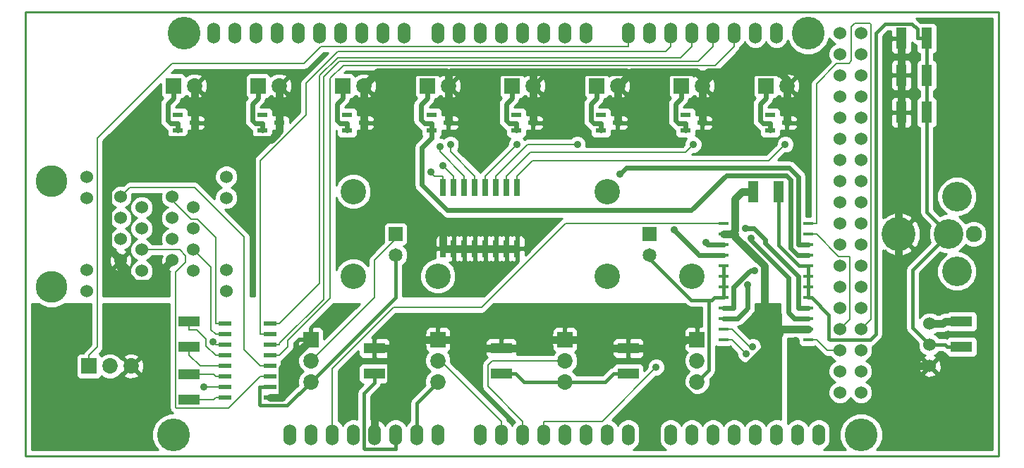
<source format=gbl>
G04 (created by PCBNEW-RS274X (2011-05-25)-stable) date Thu 31 Oct 2013 03:42:36 PM EDT*
G01*
G70*
G90*
%MOIN*%
G04 Gerber Fmt 3.4, Leading zero omitted, Abs format*
%FSLAX34Y34*%
G04 APERTURE LIST*
%ADD10C,0.006000*%
%ADD11C,0.009000*%
%ADD12C,0.076000*%
%ADD13C,0.140000*%
%ADD14C,0.160000*%
%ADD15C,0.155000*%
%ADD16O,0.060000X0.100000*%
%ADD17C,0.060000*%
%ADD18R,0.100000X0.050000*%
%ADD19R,0.050000X0.100000*%
%ADD20C,0.073000*%
%ADD21R,0.073000X0.073000*%
%ADD22R,0.025000X0.080000*%
%ADD23C,0.150000*%
%ADD24C,0.120000*%
%ADD25R,0.065000X0.065000*%
%ADD26C,0.065000*%
%ADD27R,0.050000X0.024000*%
%ADD28R,0.050000X0.015000*%
%ADD29R,0.061000X0.024000*%
%ADD30C,0.035000*%
%ADD31C,0.036000*%
%ADD32C,0.008000*%
%ADD33C,0.024000*%
%ADD34C,0.016000*%
%ADD35C,0.010000*%
G04 APERTURE END LIST*
G54D10*
G54D11*
X89500Y-51500D02*
X43500Y-51500D01*
X43500Y-30500D02*
X89500Y-30500D01*
X43500Y-30500D02*
X43500Y-51500D01*
X89500Y-51500D02*
X89500Y-30500D01*
G54D12*
X88320Y-41000D03*
G54D13*
X87140Y-41000D03*
G54D14*
X84780Y-41000D03*
G54D13*
X87530Y-39230D03*
X87530Y-42770D03*
G54D15*
X50500Y-50500D03*
X51000Y-31500D03*
X83000Y-50500D03*
X80500Y-31500D03*
G54D16*
X56000Y-50500D03*
X57000Y-50500D03*
X58000Y-50500D03*
X59000Y-50500D03*
X60000Y-50500D03*
X61000Y-50500D03*
X62000Y-50500D03*
X63000Y-50500D03*
X65000Y-50500D03*
X66000Y-50500D03*
X67000Y-50500D03*
X68000Y-50500D03*
X69000Y-50500D03*
X70000Y-50500D03*
X71000Y-50500D03*
X72000Y-50500D03*
X74000Y-50500D03*
X75000Y-50500D03*
X76000Y-50500D03*
X77000Y-50500D03*
X78000Y-50500D03*
X79000Y-50500D03*
X80000Y-50500D03*
X81000Y-50500D03*
X52400Y-31500D03*
X53400Y-31500D03*
X54400Y-31500D03*
X55400Y-31500D03*
X56400Y-31500D03*
X57400Y-31500D03*
X58400Y-31500D03*
X59400Y-31500D03*
X60400Y-31500D03*
X61400Y-31500D03*
X63000Y-31500D03*
X70000Y-31500D03*
X69000Y-31500D03*
X68000Y-31500D03*
X67000Y-31500D03*
X66000Y-31500D03*
X65000Y-31500D03*
X64000Y-31500D03*
X72000Y-31500D03*
X73000Y-31500D03*
X74000Y-31500D03*
X75000Y-31500D03*
X76000Y-31500D03*
X77000Y-31500D03*
X78000Y-31500D03*
X79000Y-31500D03*
G54D17*
X82000Y-31500D03*
X83000Y-31500D03*
X82000Y-32500D03*
X83000Y-32500D03*
X82000Y-33500D03*
X83000Y-33500D03*
X82000Y-34500D03*
X83000Y-34500D03*
X82000Y-35500D03*
X83000Y-35500D03*
X82000Y-36500D03*
X83000Y-36500D03*
X82000Y-37500D03*
X83000Y-37500D03*
X82000Y-38500D03*
X83000Y-38500D03*
X82000Y-39500D03*
X83000Y-39500D03*
X82000Y-40500D03*
X83000Y-40500D03*
X82000Y-41500D03*
X83000Y-41500D03*
X82000Y-42500D03*
X83000Y-42500D03*
X82000Y-43500D03*
X83000Y-43500D03*
X82000Y-44500D03*
X83000Y-44500D03*
X82000Y-45500D03*
X83000Y-45500D03*
X82000Y-46500D03*
X83000Y-46500D03*
X82000Y-47500D03*
X83000Y-47500D03*
X82000Y-48500D03*
X83000Y-48500D03*
G54D18*
X60000Y-46400D03*
X60000Y-47600D03*
G54D19*
X84900Y-35250D03*
X86100Y-35250D03*
X77900Y-39000D03*
X79100Y-39000D03*
G54D18*
X66000Y-46400D03*
X66000Y-47600D03*
G54D19*
X84900Y-33500D03*
X86100Y-33500D03*
X84900Y-31750D03*
X86100Y-31750D03*
G54D18*
X72000Y-46400D03*
X72000Y-47600D03*
G54D20*
X69000Y-47000D03*
X69000Y-48000D03*
G54D21*
X69000Y-46000D03*
G54D20*
X75250Y-47000D03*
X75250Y-48000D03*
G54D21*
X75250Y-46000D03*
G54D20*
X63000Y-47000D03*
X63000Y-48000D03*
G54D21*
X63000Y-46000D03*
G54D20*
X57000Y-47000D03*
X57000Y-48000D03*
G54D21*
X57000Y-46000D03*
G54D20*
X51500Y-34000D03*
G54D21*
X50500Y-34000D03*
G54D20*
X55500Y-34000D03*
G54D21*
X54500Y-34000D03*
G54D20*
X59500Y-34000D03*
G54D21*
X58500Y-34000D03*
G54D20*
X63500Y-34000D03*
G54D21*
X62500Y-34000D03*
G54D20*
X67500Y-34000D03*
G54D21*
X66500Y-34000D03*
G54D20*
X71500Y-34000D03*
G54D21*
X70500Y-34000D03*
G54D20*
X75500Y-34000D03*
G54D21*
X74500Y-34000D03*
G54D20*
X79500Y-34000D03*
G54D21*
X78500Y-34000D03*
G54D22*
X66750Y-41700D03*
X66250Y-41700D03*
X65750Y-41700D03*
X65250Y-41700D03*
X64750Y-41700D03*
X64250Y-41700D03*
X63750Y-41700D03*
X63250Y-41700D03*
X63250Y-38800D03*
X63750Y-38800D03*
X64250Y-38800D03*
X64750Y-38800D03*
X65250Y-38800D03*
X65750Y-38800D03*
X66250Y-38800D03*
X66750Y-38800D03*
G54D18*
X87750Y-45150D03*
X87750Y-46350D03*
X51250Y-48850D03*
X51250Y-47650D03*
X51250Y-46350D03*
X51250Y-45150D03*
G54D23*
X44750Y-38500D03*
X44750Y-43500D03*
G54D17*
X46400Y-38300D03*
X46400Y-39300D03*
X46400Y-42700D03*
X46400Y-43700D03*
X48000Y-39250D03*
X48000Y-40250D03*
X48000Y-41250D03*
X48000Y-42250D03*
X49000Y-39750D03*
X49000Y-40750D03*
X49000Y-41750D03*
X49000Y-42750D03*
X50450Y-39250D03*
X50450Y-40250D03*
X51450Y-39750D03*
X51450Y-40750D03*
X50450Y-41250D03*
X51450Y-41750D03*
X50450Y-42250D03*
X51450Y-42750D03*
X53000Y-38300D03*
X53000Y-39300D03*
X53000Y-42700D03*
X53000Y-43700D03*
X86250Y-46250D03*
X86250Y-45250D03*
X86250Y-47250D03*
G54D24*
X59000Y-43000D03*
X59000Y-39000D03*
G54D25*
X61000Y-41000D03*
G54D26*
X61000Y-42000D03*
G54D24*
X63000Y-43000D03*
X71000Y-43000D03*
X71000Y-39000D03*
G54D25*
X73000Y-41000D03*
G54D26*
X73000Y-42000D03*
G54D24*
X75000Y-43000D03*
G54D27*
X51500Y-35750D03*
X50700Y-35380D03*
X50700Y-36120D03*
X55500Y-35750D03*
X54700Y-35380D03*
X54700Y-36120D03*
X59500Y-35750D03*
X58700Y-35380D03*
X58700Y-36120D03*
X63500Y-35750D03*
X62700Y-35380D03*
X62700Y-36120D03*
X67500Y-35750D03*
X66700Y-35380D03*
X66700Y-36120D03*
X71500Y-35750D03*
X70700Y-35380D03*
X70700Y-36120D03*
X75500Y-35750D03*
X74700Y-35380D03*
X74700Y-36120D03*
X79500Y-35750D03*
X78700Y-35380D03*
X78700Y-36120D03*
G54D28*
X80500Y-43000D03*
X80500Y-42500D03*
X80500Y-42000D03*
X80500Y-41500D03*
X80500Y-41000D03*
X80500Y-40500D03*
X80500Y-43500D03*
X80500Y-44000D03*
X80500Y-44500D03*
X80500Y-45000D03*
X80500Y-45500D03*
X80500Y-46000D03*
X76500Y-46000D03*
X76500Y-45500D03*
X76500Y-45000D03*
X76500Y-44500D03*
X76500Y-44000D03*
X76500Y-43500D03*
X76500Y-43000D03*
X76500Y-42500D03*
X76500Y-42000D03*
X76500Y-41500D03*
X76500Y-41000D03*
X76500Y-40500D03*
G54D29*
X52940Y-48750D03*
X52940Y-48250D03*
X52940Y-47750D03*
X52940Y-47250D03*
X52940Y-46750D03*
X52940Y-46250D03*
X52940Y-45750D03*
X52940Y-45250D03*
X55060Y-45250D03*
X55060Y-45750D03*
X55060Y-46250D03*
X55060Y-46750D03*
X55060Y-47250D03*
X55060Y-47750D03*
X55060Y-48250D03*
X55060Y-48750D03*
G54D20*
X47500Y-47250D03*
X48500Y-47250D03*
G54D21*
X46500Y-47250D03*
G54D30*
X73312Y-47306D03*
X77884Y-46346D03*
X74160Y-40817D03*
X75663Y-41415D03*
X71606Y-38173D03*
X77529Y-40736D03*
X77814Y-41192D03*
X77647Y-43399D03*
X77962Y-42725D03*
X77569Y-46676D03*
X66737Y-36770D03*
X75075Y-36767D03*
X63098Y-36862D03*
X62669Y-38075D03*
X79415Y-36763D03*
X63593Y-36767D03*
X69592Y-36770D03*
X51926Y-48250D03*
X63234Y-37757D03*
X52356Y-46096D03*
X79916Y-46023D03*
G54D31*
X60000Y-46400D02*
X60783Y-46400D01*
X60000Y-48813D02*
X60000Y-50500D01*
X60783Y-48030D02*
X60000Y-48813D01*
X60783Y-46400D02*
X60783Y-48030D01*
X55648Y-47352D02*
X57000Y-46000D01*
X55648Y-48750D02*
X55648Y-47352D01*
X55060Y-48750D02*
X55648Y-48750D01*
X72000Y-46400D02*
X72783Y-46400D01*
X75250Y-46000D02*
X74602Y-46000D01*
X74602Y-46102D02*
X74304Y-46400D01*
X74602Y-46000D02*
X74602Y-46102D01*
X74304Y-46400D02*
X72783Y-46400D01*
X80500Y-45500D02*
X79967Y-45500D01*
X66000Y-46400D02*
X66783Y-46400D01*
X61183Y-46000D02*
X63000Y-46000D01*
X60783Y-46400D02*
X61183Y-46000D01*
X64817Y-46000D02*
X65217Y-46400D01*
X63000Y-46000D02*
X64817Y-46000D01*
X66000Y-46400D02*
X65217Y-46400D01*
X67183Y-46000D02*
X69000Y-46000D01*
X66783Y-46400D02*
X67183Y-46000D01*
X70817Y-46000D02*
X71217Y-46400D01*
X69000Y-46000D02*
X70817Y-46000D01*
X72000Y-46400D02*
X71217Y-46400D01*
X79967Y-45500D02*
X79151Y-45500D01*
X74304Y-48005D02*
X74304Y-46400D01*
X75384Y-49085D02*
X74304Y-48005D01*
X75808Y-49085D02*
X75384Y-49085D01*
X79151Y-45742D02*
X75808Y-49085D01*
X79151Y-45500D02*
X79151Y-45742D01*
X77033Y-41129D02*
X77033Y-41000D01*
X78421Y-42517D02*
X77033Y-41129D01*
X78421Y-44770D02*
X78421Y-42517D01*
X79151Y-45500D02*
X78421Y-44770D01*
X76500Y-41000D02*
X76874Y-41000D01*
X76874Y-41000D02*
X77033Y-41000D01*
X77034Y-39333D02*
X77367Y-39000D01*
X77034Y-40840D02*
X77034Y-39333D01*
X76874Y-41000D02*
X77034Y-40840D01*
X77900Y-39000D02*
X77367Y-39000D01*
G54D32*
X61000Y-41000D02*
X61000Y-41234D01*
X59993Y-44007D02*
X57000Y-47000D01*
X59994Y-44007D02*
X59993Y-44007D01*
X59994Y-42240D02*
X59994Y-44007D01*
X61000Y-41234D02*
X59994Y-42240D01*
X66000Y-50500D02*
X66000Y-49857D01*
X63143Y-47000D02*
X63000Y-47000D01*
X66000Y-49857D02*
X63143Y-47000D01*
X67000Y-50500D02*
X67000Y-49857D01*
X65562Y-47000D02*
X69000Y-47000D01*
X65356Y-47206D02*
X65562Y-47000D01*
X65356Y-48213D02*
X65356Y-47206D01*
X67000Y-49857D02*
X65356Y-48213D01*
X70761Y-49857D02*
X68000Y-49857D01*
X73312Y-47306D02*
X70761Y-49857D01*
X68000Y-50500D02*
X68000Y-49857D01*
X83476Y-45024D02*
X83000Y-45500D01*
X83476Y-31104D02*
X83476Y-45024D01*
X83422Y-31050D02*
X83476Y-31104D01*
X82695Y-31050D02*
X83422Y-31050D01*
X82547Y-31198D02*
X82695Y-31050D01*
X82547Y-32821D02*
X82547Y-31198D01*
X82422Y-32946D02*
X82547Y-32821D01*
X81852Y-32946D02*
X82422Y-32946D01*
X80893Y-33905D02*
X81852Y-32946D01*
X80893Y-40500D02*
X80893Y-33905D01*
X80500Y-40500D02*
X80893Y-40500D01*
X82456Y-45044D02*
X82000Y-45500D01*
X82456Y-42078D02*
X82456Y-45044D01*
X82434Y-42056D02*
X82456Y-42078D01*
X81928Y-42056D02*
X82434Y-42056D01*
X80893Y-41021D02*
X81928Y-42056D01*
X80893Y-41000D02*
X80893Y-41021D01*
X80500Y-41000D02*
X80893Y-41000D01*
X50792Y-41750D02*
X49000Y-41750D01*
X51067Y-42025D02*
X50792Y-41750D01*
X51067Y-42335D02*
X51067Y-42025D01*
X50606Y-42796D02*
X51067Y-42335D01*
X50606Y-49222D02*
X50606Y-42796D01*
X50628Y-49244D02*
X50606Y-49222D01*
X53118Y-49244D02*
X50628Y-49244D01*
X54612Y-47750D02*
X53118Y-49244D01*
X55060Y-47750D02*
X54612Y-47750D01*
X48445Y-38805D02*
X48000Y-39250D01*
X51493Y-38805D02*
X48445Y-38805D01*
X53834Y-41146D02*
X51493Y-38805D01*
X53834Y-46472D02*
X53834Y-41146D01*
X54612Y-47250D02*
X53834Y-46472D01*
X55060Y-47250D02*
X54612Y-47250D01*
X52940Y-45750D02*
X52492Y-45750D01*
X52265Y-45523D02*
X52492Y-45750D01*
X52265Y-42565D02*
X52265Y-45523D01*
X51450Y-41750D02*
X52265Y-42565D01*
X52940Y-45250D02*
X52492Y-45250D01*
X52492Y-41165D02*
X52492Y-45250D01*
X51633Y-40306D02*
X52492Y-41165D01*
X51348Y-40306D02*
X51633Y-40306D01*
X50450Y-39408D02*
X51348Y-40306D01*
X50450Y-39250D02*
X50450Y-39408D01*
X81393Y-46500D02*
X82000Y-46500D01*
X80893Y-46000D02*
X81393Y-46500D01*
X80500Y-46000D02*
X80893Y-46000D01*
X76500Y-45500D02*
X76893Y-45500D01*
X77739Y-46346D02*
X77884Y-46346D01*
X76893Y-45500D02*
X77739Y-46346D01*
G54D33*
X50226Y-34862D02*
X50500Y-34588D01*
X50226Y-35646D02*
X50226Y-34862D01*
X50357Y-35777D02*
X50226Y-35646D01*
X50700Y-35777D02*
X50357Y-35777D01*
X50700Y-36120D02*
X50700Y-35777D01*
X50500Y-34000D02*
X50500Y-34588D01*
X75343Y-42000D02*
X74160Y-40817D01*
X76500Y-42000D02*
X75343Y-42000D01*
X54357Y-35777D02*
X54700Y-35777D01*
X54226Y-35646D02*
X54357Y-35777D01*
X54226Y-34862D02*
X54226Y-35646D01*
X54500Y-34588D02*
X54226Y-34862D01*
X54500Y-34000D02*
X54500Y-34588D01*
X54700Y-36120D02*
X54700Y-35777D01*
X75748Y-41500D02*
X75663Y-41415D01*
X76500Y-41500D02*
X75748Y-41500D01*
X80500Y-41500D02*
X80027Y-41500D01*
X58357Y-35777D02*
X58700Y-35777D01*
X58226Y-35646D02*
X58357Y-35777D01*
X58226Y-34862D02*
X58226Y-35646D01*
X58500Y-34588D02*
X58226Y-34862D01*
X58500Y-34000D02*
X58500Y-34588D01*
X58700Y-36120D02*
X58700Y-35777D01*
X71897Y-37882D02*
X71606Y-38173D01*
X79619Y-37882D02*
X71897Y-37882D01*
X80027Y-38290D02*
X79619Y-37882D01*
X80027Y-41500D02*
X80027Y-38290D01*
X62500Y-34000D02*
X62500Y-34588D01*
X62188Y-34900D02*
X62500Y-34588D01*
X62188Y-35608D02*
X62188Y-34900D01*
X62357Y-35777D02*
X62188Y-35608D01*
X62700Y-35777D02*
X62357Y-35777D01*
X62700Y-36120D02*
X62700Y-35777D01*
X62700Y-36120D02*
X62700Y-36463D01*
X62242Y-36921D02*
X62700Y-36463D01*
X62242Y-38681D02*
X62242Y-36921D01*
X63450Y-39889D02*
X62242Y-38681D01*
X74968Y-39889D02*
X63450Y-39889D01*
X76631Y-38226D02*
X74968Y-39889D01*
X79476Y-38226D02*
X76631Y-38226D01*
X79683Y-38433D02*
X79476Y-38226D01*
X79683Y-41686D02*
X79683Y-38433D01*
X79997Y-42000D02*
X79683Y-41686D01*
X80500Y-42000D02*
X79997Y-42000D01*
X80500Y-44500D02*
X80027Y-44500D01*
X66357Y-35777D02*
X66700Y-35777D01*
X66226Y-35646D02*
X66357Y-35777D01*
X66226Y-34862D02*
X66226Y-35646D01*
X66500Y-34588D02*
X66226Y-34862D01*
X66500Y-34000D02*
X66500Y-34588D01*
X66700Y-36120D02*
X66700Y-35777D01*
X77923Y-40736D02*
X77529Y-40736D01*
X78456Y-41269D02*
X77923Y-40736D01*
X78456Y-41439D02*
X78456Y-41269D01*
X80027Y-43010D02*
X78456Y-41439D01*
X80027Y-44500D02*
X80027Y-43010D01*
X70357Y-35777D02*
X70700Y-35777D01*
X70226Y-35646D02*
X70357Y-35777D01*
X70226Y-34862D02*
X70226Y-35646D01*
X70500Y-34588D02*
X70226Y-34862D01*
X70500Y-34000D02*
X70500Y-34588D01*
X70700Y-36120D02*
X70700Y-35777D01*
X77814Y-41321D02*
X77814Y-41192D01*
X79553Y-43060D02*
X77814Y-41321D01*
X79553Y-44714D02*
X79553Y-43060D01*
X79839Y-45000D02*
X79553Y-44714D01*
X80500Y-45000D02*
X79839Y-45000D01*
X74500Y-34000D02*
X74500Y-34588D01*
X74226Y-34862D02*
X74500Y-34588D01*
X74226Y-35646D02*
X74226Y-34862D01*
X74357Y-35777D02*
X74226Y-35646D01*
X74700Y-35777D02*
X74357Y-35777D01*
X74700Y-36120D02*
X74700Y-35777D01*
X77647Y-44514D02*
X77647Y-43399D01*
X77161Y-45000D02*
X77647Y-44514D01*
X76500Y-45000D02*
X77161Y-45000D01*
X78357Y-35777D02*
X78700Y-35777D01*
X78226Y-35646D02*
X78357Y-35777D01*
X78226Y-34862D02*
X78226Y-35646D01*
X78500Y-34588D02*
X78226Y-34862D01*
X78500Y-34000D02*
X78500Y-34588D01*
X78700Y-36120D02*
X78700Y-35777D01*
X76500Y-44500D02*
X76973Y-44500D01*
X76973Y-43510D02*
X76973Y-44500D01*
X77758Y-42725D02*
X76973Y-43510D01*
X77962Y-42725D02*
X77758Y-42725D01*
G54D32*
X58000Y-47366D02*
X58000Y-50500D01*
X60898Y-44468D02*
X58000Y-47366D01*
X65064Y-44468D02*
X60898Y-44468D01*
X69039Y-40493D02*
X65064Y-44468D01*
X76100Y-40493D02*
X69039Y-40493D01*
X76107Y-40500D02*
X76100Y-40493D01*
X76500Y-40500D02*
X76107Y-40500D01*
X55060Y-46750D02*
X55508Y-46750D01*
X77000Y-31500D02*
X77000Y-32143D01*
X76116Y-33027D02*
X77000Y-32143D01*
X58534Y-33027D02*
X76116Y-33027D01*
X57907Y-33654D02*
X58534Y-33027D01*
X57907Y-44038D02*
X57907Y-33654D01*
X55910Y-46035D02*
X57907Y-44038D01*
X55910Y-46348D02*
X55910Y-46035D01*
X55508Y-46750D02*
X55910Y-46348D01*
X55060Y-45250D02*
X55508Y-45250D01*
X75000Y-31500D02*
X75000Y-32143D01*
X57408Y-43350D02*
X55508Y-45250D01*
X57408Y-33505D02*
X57408Y-43350D01*
X58254Y-32659D02*
X57408Y-33505D01*
X74484Y-32659D02*
X58254Y-32659D01*
X75000Y-32143D02*
X74484Y-32659D01*
X76500Y-46000D02*
X76893Y-46000D01*
X76893Y-46000D02*
X77569Y-46676D01*
X75300Y-32843D02*
X76000Y-32143D01*
X58331Y-32843D02*
X75300Y-32843D01*
X57592Y-33582D02*
X58331Y-32843D01*
X57592Y-44092D02*
X57592Y-33582D01*
X55508Y-46176D02*
X57592Y-44092D01*
X55508Y-46250D02*
X55508Y-46176D01*
X55060Y-46250D02*
X55508Y-46250D01*
X76000Y-31500D02*
X76000Y-32143D01*
X73768Y-32375D02*
X74000Y-32143D01*
X58265Y-32375D02*
X73768Y-32375D01*
X56766Y-33874D02*
X58265Y-32375D01*
X56766Y-35372D02*
X56766Y-33874D01*
X54612Y-37526D02*
X56766Y-35372D01*
X54612Y-45750D02*
X54612Y-37526D01*
X55060Y-45750D02*
X54612Y-45750D01*
X74000Y-31500D02*
X74000Y-32143D01*
X57474Y-32143D02*
X72000Y-32143D01*
X56683Y-32934D02*
X57474Y-32143D01*
X50438Y-32934D02*
X56683Y-32934D01*
X46894Y-36478D02*
X50438Y-32934D01*
X46894Y-46348D02*
X46894Y-36478D01*
X46500Y-46742D02*
X46894Y-46348D01*
X46500Y-47250D02*
X46500Y-46742D01*
X72000Y-31500D02*
X72000Y-32143D01*
G54D31*
X86867Y-45250D02*
X86967Y-45150D01*
X86250Y-45250D02*
X86867Y-45250D01*
X87750Y-45150D02*
X86967Y-45150D01*
G54D34*
X80500Y-43500D02*
X80500Y-44000D01*
X80500Y-42500D02*
X80500Y-43000D01*
X76500Y-44000D02*
X76500Y-43500D01*
X76500Y-43500D02*
X76500Y-43000D01*
X76500Y-43000D02*
X76500Y-42500D01*
X87750Y-46350D02*
X87067Y-46350D01*
X86967Y-46250D02*
X86250Y-46250D01*
X87067Y-46350D02*
X86967Y-46250D01*
X85434Y-42706D02*
X87140Y-41000D01*
X85434Y-45434D02*
X85434Y-42706D01*
X86250Y-46250D02*
X85434Y-45434D01*
X80500Y-42500D02*
X80067Y-42500D01*
X86100Y-31750D02*
X85667Y-31750D01*
X80555Y-44000D02*
X80653Y-44000D01*
X80653Y-44000D02*
X81481Y-44828D01*
X81481Y-44828D02*
X81481Y-45966D01*
X81481Y-45966D02*
X81526Y-46011D01*
X81526Y-46011D02*
X83439Y-46011D01*
X83439Y-46011D02*
X83700Y-45750D01*
X83700Y-45750D02*
X83700Y-31494D01*
X83700Y-31494D02*
X84128Y-31066D01*
X84128Y-31066D02*
X85416Y-31066D01*
X85416Y-31066D02*
X85667Y-31317D01*
X85667Y-31317D02*
X85667Y-31750D01*
X80500Y-44000D02*
X80555Y-44000D01*
X86100Y-33500D02*
X86100Y-31750D01*
X75799Y-47451D02*
X75250Y-48000D01*
X75799Y-44137D02*
X75799Y-47451D01*
X74980Y-44137D02*
X75799Y-44137D01*
X73000Y-42157D02*
X74980Y-44137D01*
X73000Y-42000D02*
X73000Y-42157D01*
X75930Y-44137D02*
X76067Y-44000D01*
X75799Y-44137D02*
X75930Y-44137D01*
X76500Y-44000D02*
X76392Y-44000D01*
X76392Y-44000D02*
X76067Y-44000D01*
X79100Y-39000D02*
X79100Y-39683D01*
X86100Y-39960D02*
X86100Y-35250D01*
X87140Y-41000D02*
X86100Y-39960D01*
X86100Y-35250D02*
X86100Y-33500D01*
X80500Y-43500D02*
X80500Y-43000D01*
X79100Y-41533D02*
X80067Y-42500D01*
X79100Y-39683D02*
X79100Y-41533D01*
X66000Y-47600D02*
X66683Y-47600D01*
X67083Y-48000D02*
X69000Y-48000D01*
X66683Y-47600D02*
X67083Y-48000D01*
X70917Y-48000D02*
X71317Y-47600D01*
X69000Y-48000D02*
X70917Y-48000D01*
X72000Y-47600D02*
X71317Y-47600D01*
X55882Y-49118D02*
X57000Y-48000D01*
X54601Y-49118D02*
X55882Y-49118D01*
X54572Y-49089D02*
X54601Y-49118D01*
X54572Y-48250D02*
X54572Y-49089D01*
X55060Y-48250D02*
X54572Y-48250D01*
X61000Y-44000D02*
X57000Y-48000D01*
X61000Y-42000D02*
X61000Y-44000D01*
X59500Y-48533D02*
X60000Y-48033D01*
X59500Y-51155D02*
X59500Y-48533D01*
X59528Y-51183D02*
X59500Y-51155D01*
X61000Y-51183D02*
X59528Y-51183D01*
X61000Y-50500D02*
X61000Y-51183D01*
X60000Y-47600D02*
X60000Y-48033D01*
X62000Y-49000D02*
X63000Y-48000D01*
X62000Y-50500D02*
X62000Y-49000D01*
G54D32*
X65250Y-38800D02*
X65250Y-38257D01*
X65250Y-38257D02*
X66737Y-36770D01*
X74688Y-37154D02*
X75075Y-36767D01*
X67353Y-37154D02*
X74688Y-37154D01*
X66250Y-38257D02*
X67353Y-37154D01*
X66250Y-38800D02*
X66250Y-38257D01*
X63098Y-37105D02*
X63098Y-36862D01*
X64250Y-38257D02*
X63098Y-37105D01*
X64250Y-38800D02*
X64250Y-38257D01*
X62851Y-38257D02*
X62669Y-38075D01*
X63250Y-38257D02*
X62851Y-38257D01*
X63250Y-38800D02*
X63250Y-38257D01*
X66750Y-38800D02*
X66750Y-38257D01*
X78634Y-37544D02*
X79415Y-36763D01*
X67463Y-37544D02*
X78634Y-37544D01*
X66750Y-38257D02*
X67463Y-37544D01*
X63593Y-37100D02*
X63593Y-36767D01*
X64750Y-38257D02*
X63593Y-37100D01*
X64750Y-38800D02*
X64750Y-38257D01*
X65750Y-38800D02*
X65750Y-38257D01*
X67237Y-36770D02*
X69592Y-36770D01*
X65750Y-38257D02*
X67237Y-36770D01*
X52940Y-48250D02*
X51926Y-48250D01*
X51250Y-47650D02*
X51893Y-47650D01*
X52392Y-47650D02*
X51893Y-47650D01*
X52492Y-47750D02*
X52392Y-47650D01*
X52940Y-47750D02*
X52492Y-47750D01*
X51757Y-47250D02*
X51250Y-46743D01*
X52940Y-47250D02*
X51757Y-47250D01*
X51250Y-46350D02*
X51250Y-46743D01*
X51250Y-48850D02*
X51893Y-48850D01*
X52392Y-48850D02*
X52492Y-48750D01*
X51893Y-48850D02*
X52392Y-48850D01*
X52940Y-48750D02*
X52492Y-48750D01*
X52940Y-46750D02*
X52492Y-46750D01*
X51250Y-45150D02*
X51250Y-45543D01*
X52038Y-46296D02*
X52492Y-46750D01*
X52038Y-45962D02*
X52038Y-46296D01*
X51619Y-45543D02*
X52038Y-45962D01*
X51250Y-45543D02*
X51619Y-45543D01*
X63734Y-38257D02*
X63234Y-37757D01*
X63750Y-38257D02*
X63734Y-38257D01*
X63750Y-38800D02*
X63750Y-38257D01*
X52492Y-46232D02*
X52356Y-46096D01*
X52492Y-46250D02*
X52492Y-46232D01*
X52940Y-46250D02*
X52492Y-46250D01*
G54D31*
X63250Y-41700D02*
X63250Y-41017D01*
X59500Y-37267D02*
X59500Y-35750D01*
X59500Y-37267D02*
X63250Y-41017D01*
X66750Y-41700D02*
X66250Y-41700D01*
X66250Y-41700D02*
X65750Y-41700D01*
X65750Y-41700D02*
X65250Y-41700D01*
X65250Y-41700D02*
X64750Y-41700D01*
X64750Y-41700D02*
X64250Y-41700D01*
X64250Y-41700D02*
X63750Y-41700D01*
X63750Y-41700D02*
X63250Y-41700D01*
X55500Y-35750D02*
X55500Y-34000D01*
X51500Y-35750D02*
X51500Y-34000D01*
X84780Y-36153D02*
X84780Y-41000D01*
X84900Y-36033D02*
X84780Y-36153D01*
X84900Y-35250D02*
X84900Y-36033D01*
X49366Y-43334D02*
X50450Y-42250D01*
X48685Y-43334D02*
X49366Y-43334D01*
X48000Y-42649D02*
X48685Y-43334D01*
X48000Y-42250D02*
X48000Y-42649D01*
X51500Y-35750D02*
X51500Y-36153D01*
X47400Y-41650D02*
X48000Y-42250D01*
X47400Y-38937D02*
X47400Y-41650D01*
X49794Y-36543D02*
X47400Y-38937D01*
X51110Y-36543D02*
X49794Y-36543D01*
X51500Y-36153D02*
X51110Y-36543D01*
X59500Y-34000D02*
X59500Y-35347D01*
X59500Y-35548D02*
X59500Y-35750D01*
X59500Y-35548D02*
X59500Y-35347D01*
X67500Y-35750D02*
X67500Y-34000D01*
X63500Y-35750D02*
X63500Y-34000D01*
X55500Y-35750D02*
X55500Y-36153D01*
X51880Y-36533D02*
X51500Y-36153D01*
X55120Y-36533D02*
X51880Y-36533D01*
X55500Y-36153D02*
X55120Y-36533D01*
X63500Y-34000D02*
X63500Y-33455D01*
X63396Y-33351D02*
X63500Y-33455D01*
X60149Y-33351D02*
X63396Y-33351D01*
X59500Y-34000D02*
X60149Y-33351D01*
X79500Y-35750D02*
X79500Y-34000D01*
X75777Y-33351D02*
X75500Y-33628D01*
X79130Y-33351D02*
X75777Y-33351D01*
X79500Y-33721D02*
X79130Y-33351D01*
X79500Y-34000D02*
X79500Y-33721D01*
X72149Y-33351D02*
X72033Y-33467D01*
X75223Y-33351D02*
X72149Y-33351D01*
X75500Y-33628D02*
X75223Y-33351D01*
X71917Y-33351D02*
X67500Y-33351D01*
X72033Y-33467D02*
X71917Y-33351D01*
X67500Y-34000D02*
X67500Y-33351D01*
X63604Y-33351D02*
X63500Y-33455D01*
X67500Y-33351D02*
X63604Y-33351D01*
X84900Y-35250D02*
X84900Y-33500D01*
X84900Y-33500D02*
X84900Y-31750D01*
X72033Y-33467D02*
X71500Y-34000D01*
X71500Y-34000D02*
X71500Y-35750D01*
X84780Y-47250D02*
X84780Y-41000D01*
X84779Y-47250D02*
X84780Y-47250D01*
X84779Y-47985D02*
X84779Y-47250D01*
X83502Y-49262D02*
X84779Y-47985D01*
X81641Y-49262D02*
X83502Y-49262D01*
X79916Y-47537D02*
X81641Y-49262D01*
X79916Y-46023D02*
X79916Y-47537D01*
X84780Y-47250D02*
X86250Y-47250D01*
X75500Y-33628D02*
X75500Y-34000D01*
X75500Y-34000D02*
X75500Y-35750D01*
G54D10*
G36*
X57797Y-32433D02*
X56561Y-33669D01*
X56498Y-33763D01*
X56476Y-33874D01*
X56476Y-35252D01*
X56107Y-35621D01*
X56107Y-34095D01*
X56097Y-33856D01*
X56025Y-33680D01*
X55924Y-33646D01*
X55854Y-33716D01*
X55571Y-34000D01*
X55924Y-34354D01*
X56025Y-34320D01*
X56107Y-34095D01*
X56107Y-35621D01*
X56000Y-35728D01*
X56000Y-35650D01*
X55988Y-35650D01*
X56000Y-35638D01*
X55999Y-35581D01*
X55961Y-35489D01*
X55891Y-35419D01*
X55854Y-35403D01*
X55854Y-34424D01*
X55535Y-34106D01*
X55500Y-34071D01*
X55429Y-34000D01*
X55500Y-33929D01*
X55535Y-33894D01*
X55854Y-33576D01*
X55820Y-33475D01*
X55595Y-33393D01*
X55356Y-33403D01*
X55180Y-33475D01*
X55163Y-33522D01*
X55128Y-33487D01*
X55089Y-33525D01*
X55076Y-33494D01*
X55006Y-33424D01*
X54915Y-33386D01*
X54816Y-33386D01*
X54086Y-33386D01*
X53994Y-33424D01*
X53924Y-33494D01*
X53886Y-33585D01*
X53886Y-33684D01*
X53886Y-34414D01*
X53924Y-34506D01*
X53991Y-34573D01*
X53964Y-34600D01*
X53884Y-34720D01*
X53879Y-34744D01*
X53855Y-34862D01*
X53856Y-34866D01*
X53856Y-35641D01*
X53855Y-35646D01*
X53879Y-35763D01*
X53884Y-35788D01*
X53964Y-35908D01*
X54093Y-36036D01*
X54095Y-36039D01*
X54201Y-36109D01*
X54201Y-36289D01*
X54239Y-36381D01*
X54309Y-36451D01*
X54400Y-36489D01*
X54499Y-36489D01*
X54694Y-36489D01*
X54700Y-36490D01*
X54705Y-36489D01*
X54999Y-36489D01*
X55091Y-36451D01*
X55161Y-36381D01*
X55199Y-36290D01*
X55199Y-36191D01*
X55199Y-36118D01*
X55200Y-36119D01*
X55299Y-36119D01*
X55388Y-36120D01*
X55450Y-36058D01*
X55450Y-35850D01*
X55450Y-35800D01*
X55450Y-35700D01*
X55450Y-35650D01*
X55450Y-35442D01*
X55388Y-35380D01*
X55299Y-35381D01*
X55200Y-35381D01*
X55199Y-35381D01*
X55199Y-35211D01*
X55161Y-35119D01*
X55091Y-35049D01*
X55000Y-35011D01*
X54901Y-35011D01*
X54600Y-35011D01*
X54759Y-34851D01*
X54761Y-34850D01*
X54762Y-34850D01*
X54842Y-34730D01*
X54864Y-34614D01*
X54914Y-34614D01*
X55006Y-34576D01*
X55076Y-34506D01*
X55089Y-34474D01*
X55128Y-34513D01*
X55163Y-34477D01*
X55180Y-34525D01*
X55405Y-34607D01*
X55644Y-34597D01*
X55820Y-34525D01*
X55854Y-34424D01*
X55854Y-35403D01*
X55800Y-35381D01*
X55701Y-35381D01*
X55612Y-35380D01*
X55550Y-35442D01*
X55550Y-35650D01*
X55550Y-35700D01*
X55550Y-35800D01*
X55550Y-35850D01*
X55550Y-36058D01*
X55610Y-36118D01*
X55450Y-36278D01*
X54407Y-37321D01*
X54344Y-37415D01*
X54322Y-37526D01*
X54322Y-43950D01*
X54124Y-43950D01*
X54124Y-41146D01*
X54102Y-41035D01*
X54039Y-40941D01*
X54039Y-40940D01*
X52947Y-39849D01*
X53109Y-39849D01*
X53311Y-39765D01*
X53465Y-39611D01*
X53549Y-39409D01*
X53549Y-39191D01*
X53465Y-38989D01*
X53311Y-38835D01*
X53226Y-38800D01*
X53311Y-38765D01*
X53465Y-38611D01*
X53549Y-38409D01*
X53549Y-38191D01*
X53465Y-37989D01*
X53311Y-37835D01*
X53109Y-37751D01*
X52891Y-37751D01*
X52689Y-37835D01*
X52535Y-37989D01*
X52451Y-38191D01*
X52451Y-38409D01*
X52535Y-38611D01*
X52689Y-38765D01*
X52773Y-38800D01*
X52689Y-38835D01*
X52535Y-38989D01*
X52451Y-39191D01*
X52451Y-39352D01*
X52107Y-39008D01*
X52107Y-34095D01*
X52097Y-33856D01*
X52025Y-33680D01*
X51924Y-33646D01*
X51854Y-33716D01*
X51571Y-34000D01*
X51924Y-34354D01*
X52025Y-34320D01*
X52107Y-34095D01*
X52107Y-39008D01*
X52000Y-38901D01*
X52000Y-35862D01*
X52000Y-35638D01*
X51999Y-35581D01*
X51961Y-35489D01*
X51891Y-35419D01*
X51854Y-35403D01*
X51800Y-35381D01*
X51701Y-35381D01*
X51612Y-35380D01*
X51550Y-35442D01*
X51550Y-35700D01*
X51938Y-35700D01*
X52000Y-35638D01*
X52000Y-35862D01*
X51938Y-35800D01*
X51550Y-35800D01*
X51550Y-36058D01*
X51612Y-36120D01*
X51701Y-36119D01*
X51800Y-36119D01*
X51891Y-36081D01*
X51961Y-36011D01*
X51999Y-35919D01*
X52000Y-35862D01*
X52000Y-38901D01*
X51698Y-38600D01*
X51604Y-38537D01*
X51493Y-38515D01*
X48445Y-38515D01*
X48334Y-38537D01*
X48240Y-38600D01*
X48130Y-38709D01*
X48109Y-38701D01*
X47891Y-38701D01*
X47689Y-38785D01*
X47535Y-38939D01*
X47451Y-39141D01*
X47451Y-39359D01*
X47535Y-39561D01*
X47689Y-39715D01*
X47773Y-39750D01*
X47689Y-39785D01*
X47535Y-39939D01*
X47451Y-40141D01*
X47451Y-40359D01*
X47535Y-40561D01*
X47689Y-40715D01*
X47773Y-40750D01*
X47689Y-40785D01*
X47535Y-40939D01*
X47451Y-41141D01*
X47451Y-41359D01*
X47535Y-41561D01*
X47689Y-41715D01*
X47780Y-41752D01*
X47719Y-41778D01*
X47692Y-41872D01*
X48000Y-42179D01*
X48308Y-41872D01*
X48281Y-41778D01*
X48215Y-41754D01*
X48311Y-41715D01*
X48465Y-41561D01*
X48549Y-41359D01*
X48549Y-41141D01*
X48465Y-40939D01*
X48311Y-40785D01*
X48226Y-40750D01*
X48311Y-40715D01*
X48465Y-40561D01*
X48549Y-40359D01*
X48549Y-40141D01*
X48465Y-39939D01*
X48311Y-39785D01*
X48226Y-39750D01*
X48311Y-39715D01*
X48465Y-39561D01*
X48549Y-39359D01*
X48549Y-39141D01*
X48540Y-39119D01*
X48565Y-39095D01*
X49920Y-39095D01*
X49901Y-39141D01*
X49901Y-39359D01*
X49985Y-39561D01*
X50139Y-39715D01*
X50223Y-39750D01*
X50139Y-39785D01*
X49985Y-39939D01*
X49901Y-40141D01*
X49901Y-40359D01*
X49985Y-40561D01*
X50139Y-40715D01*
X50223Y-40750D01*
X50139Y-40785D01*
X49985Y-40939D01*
X49901Y-41141D01*
X49901Y-41359D01*
X49943Y-41460D01*
X49473Y-41460D01*
X49465Y-41439D01*
X49311Y-41285D01*
X49226Y-41250D01*
X49311Y-41215D01*
X49465Y-41061D01*
X49549Y-40859D01*
X49549Y-40641D01*
X49465Y-40439D01*
X49311Y-40285D01*
X49226Y-40250D01*
X49311Y-40215D01*
X49465Y-40061D01*
X49549Y-39859D01*
X49549Y-39641D01*
X49465Y-39439D01*
X49311Y-39285D01*
X49109Y-39201D01*
X48891Y-39201D01*
X48689Y-39285D01*
X48535Y-39439D01*
X48451Y-39641D01*
X48451Y-39859D01*
X48535Y-40061D01*
X48689Y-40215D01*
X48773Y-40250D01*
X48689Y-40285D01*
X48535Y-40439D01*
X48451Y-40641D01*
X48451Y-40859D01*
X48535Y-41061D01*
X48689Y-41215D01*
X48773Y-41250D01*
X48689Y-41285D01*
X48535Y-41439D01*
X48451Y-41641D01*
X48451Y-41859D01*
X48535Y-42061D01*
X48689Y-42215D01*
X48773Y-42250D01*
X48689Y-42285D01*
X48543Y-42431D01*
X48543Y-42329D01*
X48532Y-42116D01*
X48472Y-41969D01*
X48378Y-41942D01*
X48071Y-42250D01*
X48378Y-42558D01*
X48472Y-42531D01*
X48543Y-42329D01*
X48543Y-42431D01*
X48535Y-42439D01*
X48451Y-42641D01*
X48451Y-42859D01*
X48535Y-43061D01*
X48689Y-43215D01*
X48891Y-43299D01*
X49109Y-43299D01*
X49311Y-43215D01*
X49465Y-43061D01*
X49549Y-42859D01*
X49549Y-42641D01*
X49465Y-42439D01*
X49311Y-42285D01*
X49226Y-42250D01*
X49311Y-42215D01*
X49465Y-42061D01*
X49473Y-42040D01*
X49953Y-42040D01*
X49907Y-42171D01*
X49918Y-42384D01*
X49978Y-42531D01*
X50072Y-42558D01*
X50344Y-42285D01*
X50379Y-42250D01*
X50450Y-42179D01*
X50521Y-42250D01*
X50450Y-42321D01*
X50142Y-42628D01*
X50169Y-42722D01*
X50320Y-42775D01*
X50316Y-42796D01*
X50316Y-43950D01*
X48308Y-43950D01*
X48308Y-42628D01*
X48000Y-42321D01*
X47929Y-42391D01*
X47929Y-42250D01*
X47622Y-41942D01*
X47528Y-41969D01*
X47457Y-42171D01*
X47468Y-42384D01*
X47528Y-42531D01*
X47622Y-42558D01*
X47929Y-42250D01*
X47929Y-42391D01*
X47692Y-42628D01*
X47719Y-42722D01*
X47921Y-42793D01*
X48134Y-42782D01*
X48281Y-42722D01*
X48308Y-42628D01*
X48308Y-43950D01*
X47184Y-43950D01*
X47184Y-36598D01*
X49886Y-33896D01*
X49886Y-34414D01*
X49924Y-34506D01*
X49991Y-34573D01*
X49964Y-34600D01*
X49884Y-34720D01*
X49879Y-34744D01*
X49855Y-34862D01*
X49856Y-34866D01*
X49856Y-35641D01*
X49855Y-35646D01*
X49879Y-35763D01*
X49884Y-35788D01*
X49964Y-35908D01*
X50093Y-36036D01*
X50095Y-36039D01*
X50201Y-36109D01*
X50201Y-36289D01*
X50239Y-36381D01*
X50309Y-36451D01*
X50400Y-36489D01*
X50499Y-36489D01*
X50694Y-36489D01*
X50700Y-36490D01*
X50705Y-36489D01*
X50999Y-36489D01*
X51091Y-36451D01*
X51161Y-36381D01*
X51199Y-36290D01*
X51199Y-36191D01*
X51199Y-36118D01*
X51200Y-36119D01*
X51299Y-36119D01*
X51388Y-36120D01*
X51450Y-36058D01*
X51450Y-35850D01*
X51450Y-35800D01*
X51450Y-35700D01*
X51450Y-35650D01*
X51450Y-35442D01*
X51388Y-35380D01*
X51299Y-35381D01*
X51200Y-35381D01*
X51199Y-35381D01*
X51199Y-35211D01*
X51161Y-35119D01*
X51091Y-35049D01*
X51000Y-35011D01*
X50901Y-35011D01*
X50600Y-35011D01*
X50759Y-34851D01*
X50761Y-34850D01*
X50762Y-34850D01*
X50842Y-34730D01*
X50864Y-34614D01*
X50914Y-34614D01*
X51006Y-34576D01*
X51076Y-34506D01*
X51089Y-34474D01*
X51128Y-34513D01*
X51163Y-34477D01*
X51180Y-34525D01*
X51405Y-34607D01*
X51644Y-34597D01*
X51820Y-34525D01*
X51854Y-34424D01*
X51535Y-34106D01*
X51500Y-34071D01*
X51429Y-34000D01*
X51500Y-33929D01*
X51535Y-33894D01*
X51854Y-33576D01*
X51820Y-33475D01*
X51595Y-33393D01*
X51356Y-33403D01*
X51180Y-33475D01*
X51163Y-33522D01*
X51128Y-33487D01*
X51089Y-33525D01*
X51076Y-33494D01*
X51006Y-33424D01*
X50915Y-33386D01*
X50816Y-33386D01*
X50396Y-33386D01*
X50558Y-33224D01*
X56683Y-33224D01*
X56794Y-33202D01*
X56888Y-33139D01*
X57594Y-32433D01*
X57797Y-32433D01*
X57797Y-32433D01*
G37*
G54D35*
X57797Y-32433D02*
X56561Y-33669D01*
X56498Y-33763D01*
X56476Y-33874D01*
X56476Y-35252D01*
X56107Y-35621D01*
X56107Y-34095D01*
X56097Y-33856D01*
X56025Y-33680D01*
X55924Y-33646D01*
X55854Y-33716D01*
X55571Y-34000D01*
X55924Y-34354D01*
X56025Y-34320D01*
X56107Y-34095D01*
X56107Y-35621D01*
X56000Y-35728D01*
X56000Y-35650D01*
X55988Y-35650D01*
X56000Y-35638D01*
X55999Y-35581D01*
X55961Y-35489D01*
X55891Y-35419D01*
X55854Y-35403D01*
X55854Y-34424D01*
X55535Y-34106D01*
X55500Y-34071D01*
X55429Y-34000D01*
X55500Y-33929D01*
X55535Y-33894D01*
X55854Y-33576D01*
X55820Y-33475D01*
X55595Y-33393D01*
X55356Y-33403D01*
X55180Y-33475D01*
X55163Y-33522D01*
X55128Y-33487D01*
X55089Y-33525D01*
X55076Y-33494D01*
X55006Y-33424D01*
X54915Y-33386D01*
X54816Y-33386D01*
X54086Y-33386D01*
X53994Y-33424D01*
X53924Y-33494D01*
X53886Y-33585D01*
X53886Y-33684D01*
X53886Y-34414D01*
X53924Y-34506D01*
X53991Y-34573D01*
X53964Y-34600D01*
X53884Y-34720D01*
X53879Y-34744D01*
X53855Y-34862D01*
X53856Y-34866D01*
X53856Y-35641D01*
X53855Y-35646D01*
X53879Y-35763D01*
X53884Y-35788D01*
X53964Y-35908D01*
X54093Y-36036D01*
X54095Y-36039D01*
X54201Y-36109D01*
X54201Y-36289D01*
X54239Y-36381D01*
X54309Y-36451D01*
X54400Y-36489D01*
X54499Y-36489D01*
X54694Y-36489D01*
X54700Y-36490D01*
X54705Y-36489D01*
X54999Y-36489D01*
X55091Y-36451D01*
X55161Y-36381D01*
X55199Y-36290D01*
X55199Y-36191D01*
X55199Y-36118D01*
X55200Y-36119D01*
X55299Y-36119D01*
X55388Y-36120D01*
X55450Y-36058D01*
X55450Y-35850D01*
X55450Y-35800D01*
X55450Y-35700D01*
X55450Y-35650D01*
X55450Y-35442D01*
X55388Y-35380D01*
X55299Y-35381D01*
X55200Y-35381D01*
X55199Y-35381D01*
X55199Y-35211D01*
X55161Y-35119D01*
X55091Y-35049D01*
X55000Y-35011D01*
X54901Y-35011D01*
X54600Y-35011D01*
X54759Y-34851D01*
X54761Y-34850D01*
X54762Y-34850D01*
X54842Y-34730D01*
X54864Y-34614D01*
X54914Y-34614D01*
X55006Y-34576D01*
X55076Y-34506D01*
X55089Y-34474D01*
X55128Y-34513D01*
X55163Y-34477D01*
X55180Y-34525D01*
X55405Y-34607D01*
X55644Y-34597D01*
X55820Y-34525D01*
X55854Y-34424D01*
X55854Y-35403D01*
X55800Y-35381D01*
X55701Y-35381D01*
X55612Y-35380D01*
X55550Y-35442D01*
X55550Y-35650D01*
X55550Y-35700D01*
X55550Y-35800D01*
X55550Y-35850D01*
X55550Y-36058D01*
X55610Y-36118D01*
X55450Y-36278D01*
X54407Y-37321D01*
X54344Y-37415D01*
X54322Y-37526D01*
X54322Y-43950D01*
X54124Y-43950D01*
X54124Y-41146D01*
X54102Y-41035D01*
X54039Y-40941D01*
X54039Y-40940D01*
X52947Y-39849D01*
X53109Y-39849D01*
X53311Y-39765D01*
X53465Y-39611D01*
X53549Y-39409D01*
X53549Y-39191D01*
X53465Y-38989D01*
X53311Y-38835D01*
X53226Y-38800D01*
X53311Y-38765D01*
X53465Y-38611D01*
X53549Y-38409D01*
X53549Y-38191D01*
X53465Y-37989D01*
X53311Y-37835D01*
X53109Y-37751D01*
X52891Y-37751D01*
X52689Y-37835D01*
X52535Y-37989D01*
X52451Y-38191D01*
X52451Y-38409D01*
X52535Y-38611D01*
X52689Y-38765D01*
X52773Y-38800D01*
X52689Y-38835D01*
X52535Y-38989D01*
X52451Y-39191D01*
X52451Y-39352D01*
X52107Y-39008D01*
X52107Y-34095D01*
X52097Y-33856D01*
X52025Y-33680D01*
X51924Y-33646D01*
X51854Y-33716D01*
X51571Y-34000D01*
X51924Y-34354D01*
X52025Y-34320D01*
X52107Y-34095D01*
X52107Y-39008D01*
X52000Y-38901D01*
X52000Y-35862D01*
X52000Y-35638D01*
X51999Y-35581D01*
X51961Y-35489D01*
X51891Y-35419D01*
X51854Y-35403D01*
X51800Y-35381D01*
X51701Y-35381D01*
X51612Y-35380D01*
X51550Y-35442D01*
X51550Y-35700D01*
X51938Y-35700D01*
X52000Y-35638D01*
X52000Y-35862D01*
X51938Y-35800D01*
X51550Y-35800D01*
X51550Y-36058D01*
X51612Y-36120D01*
X51701Y-36119D01*
X51800Y-36119D01*
X51891Y-36081D01*
X51961Y-36011D01*
X51999Y-35919D01*
X52000Y-35862D01*
X52000Y-38901D01*
X51698Y-38600D01*
X51604Y-38537D01*
X51493Y-38515D01*
X48445Y-38515D01*
X48334Y-38537D01*
X48240Y-38600D01*
X48130Y-38709D01*
X48109Y-38701D01*
X47891Y-38701D01*
X47689Y-38785D01*
X47535Y-38939D01*
X47451Y-39141D01*
X47451Y-39359D01*
X47535Y-39561D01*
X47689Y-39715D01*
X47773Y-39750D01*
X47689Y-39785D01*
X47535Y-39939D01*
X47451Y-40141D01*
X47451Y-40359D01*
X47535Y-40561D01*
X47689Y-40715D01*
X47773Y-40750D01*
X47689Y-40785D01*
X47535Y-40939D01*
X47451Y-41141D01*
X47451Y-41359D01*
X47535Y-41561D01*
X47689Y-41715D01*
X47780Y-41752D01*
X47719Y-41778D01*
X47692Y-41872D01*
X48000Y-42179D01*
X48308Y-41872D01*
X48281Y-41778D01*
X48215Y-41754D01*
X48311Y-41715D01*
X48465Y-41561D01*
X48549Y-41359D01*
X48549Y-41141D01*
X48465Y-40939D01*
X48311Y-40785D01*
X48226Y-40750D01*
X48311Y-40715D01*
X48465Y-40561D01*
X48549Y-40359D01*
X48549Y-40141D01*
X48465Y-39939D01*
X48311Y-39785D01*
X48226Y-39750D01*
X48311Y-39715D01*
X48465Y-39561D01*
X48549Y-39359D01*
X48549Y-39141D01*
X48540Y-39119D01*
X48565Y-39095D01*
X49920Y-39095D01*
X49901Y-39141D01*
X49901Y-39359D01*
X49985Y-39561D01*
X50139Y-39715D01*
X50223Y-39750D01*
X50139Y-39785D01*
X49985Y-39939D01*
X49901Y-40141D01*
X49901Y-40359D01*
X49985Y-40561D01*
X50139Y-40715D01*
X50223Y-40750D01*
X50139Y-40785D01*
X49985Y-40939D01*
X49901Y-41141D01*
X49901Y-41359D01*
X49943Y-41460D01*
X49473Y-41460D01*
X49465Y-41439D01*
X49311Y-41285D01*
X49226Y-41250D01*
X49311Y-41215D01*
X49465Y-41061D01*
X49549Y-40859D01*
X49549Y-40641D01*
X49465Y-40439D01*
X49311Y-40285D01*
X49226Y-40250D01*
X49311Y-40215D01*
X49465Y-40061D01*
X49549Y-39859D01*
X49549Y-39641D01*
X49465Y-39439D01*
X49311Y-39285D01*
X49109Y-39201D01*
X48891Y-39201D01*
X48689Y-39285D01*
X48535Y-39439D01*
X48451Y-39641D01*
X48451Y-39859D01*
X48535Y-40061D01*
X48689Y-40215D01*
X48773Y-40250D01*
X48689Y-40285D01*
X48535Y-40439D01*
X48451Y-40641D01*
X48451Y-40859D01*
X48535Y-41061D01*
X48689Y-41215D01*
X48773Y-41250D01*
X48689Y-41285D01*
X48535Y-41439D01*
X48451Y-41641D01*
X48451Y-41859D01*
X48535Y-42061D01*
X48689Y-42215D01*
X48773Y-42250D01*
X48689Y-42285D01*
X48543Y-42431D01*
X48543Y-42329D01*
X48532Y-42116D01*
X48472Y-41969D01*
X48378Y-41942D01*
X48071Y-42250D01*
X48378Y-42558D01*
X48472Y-42531D01*
X48543Y-42329D01*
X48543Y-42431D01*
X48535Y-42439D01*
X48451Y-42641D01*
X48451Y-42859D01*
X48535Y-43061D01*
X48689Y-43215D01*
X48891Y-43299D01*
X49109Y-43299D01*
X49311Y-43215D01*
X49465Y-43061D01*
X49549Y-42859D01*
X49549Y-42641D01*
X49465Y-42439D01*
X49311Y-42285D01*
X49226Y-42250D01*
X49311Y-42215D01*
X49465Y-42061D01*
X49473Y-42040D01*
X49953Y-42040D01*
X49907Y-42171D01*
X49918Y-42384D01*
X49978Y-42531D01*
X50072Y-42558D01*
X50344Y-42285D01*
X50379Y-42250D01*
X50450Y-42179D01*
X50521Y-42250D01*
X50450Y-42321D01*
X50142Y-42628D01*
X50169Y-42722D01*
X50320Y-42775D01*
X50316Y-42796D01*
X50316Y-43950D01*
X48308Y-43950D01*
X48308Y-42628D01*
X48000Y-42321D01*
X47929Y-42391D01*
X47929Y-42250D01*
X47622Y-41942D01*
X47528Y-41969D01*
X47457Y-42171D01*
X47468Y-42384D01*
X47528Y-42531D01*
X47622Y-42558D01*
X47929Y-42250D01*
X47929Y-42391D01*
X47692Y-42628D01*
X47719Y-42722D01*
X47921Y-42793D01*
X48134Y-42782D01*
X48281Y-42722D01*
X48308Y-42628D01*
X48308Y-43950D01*
X47184Y-43950D01*
X47184Y-36598D01*
X49886Y-33896D01*
X49886Y-34414D01*
X49924Y-34506D01*
X49991Y-34573D01*
X49964Y-34600D01*
X49884Y-34720D01*
X49879Y-34744D01*
X49855Y-34862D01*
X49856Y-34866D01*
X49856Y-35641D01*
X49855Y-35646D01*
X49879Y-35763D01*
X49884Y-35788D01*
X49964Y-35908D01*
X50093Y-36036D01*
X50095Y-36039D01*
X50201Y-36109D01*
X50201Y-36289D01*
X50239Y-36381D01*
X50309Y-36451D01*
X50400Y-36489D01*
X50499Y-36489D01*
X50694Y-36489D01*
X50700Y-36490D01*
X50705Y-36489D01*
X50999Y-36489D01*
X51091Y-36451D01*
X51161Y-36381D01*
X51199Y-36290D01*
X51199Y-36191D01*
X51199Y-36118D01*
X51200Y-36119D01*
X51299Y-36119D01*
X51388Y-36120D01*
X51450Y-36058D01*
X51450Y-35850D01*
X51450Y-35800D01*
X51450Y-35700D01*
X51450Y-35650D01*
X51450Y-35442D01*
X51388Y-35380D01*
X51299Y-35381D01*
X51200Y-35381D01*
X51199Y-35381D01*
X51199Y-35211D01*
X51161Y-35119D01*
X51091Y-35049D01*
X51000Y-35011D01*
X50901Y-35011D01*
X50600Y-35011D01*
X50759Y-34851D01*
X50761Y-34850D01*
X50762Y-34850D01*
X50842Y-34730D01*
X50864Y-34614D01*
X50914Y-34614D01*
X51006Y-34576D01*
X51076Y-34506D01*
X51089Y-34474D01*
X51128Y-34513D01*
X51163Y-34477D01*
X51180Y-34525D01*
X51405Y-34607D01*
X51644Y-34597D01*
X51820Y-34525D01*
X51854Y-34424D01*
X51535Y-34106D01*
X51500Y-34071D01*
X51429Y-34000D01*
X51500Y-33929D01*
X51535Y-33894D01*
X51854Y-33576D01*
X51820Y-33475D01*
X51595Y-33393D01*
X51356Y-33403D01*
X51180Y-33475D01*
X51163Y-33522D01*
X51128Y-33487D01*
X51089Y-33525D01*
X51076Y-33494D01*
X51006Y-33424D01*
X50915Y-33386D01*
X50816Y-33386D01*
X50396Y-33386D01*
X50558Y-33224D01*
X56683Y-33224D01*
X56794Y-33202D01*
X56888Y-33139D01*
X57594Y-32433D01*
X57797Y-32433D01*
G54D10*
G36*
X81773Y-32000D02*
X81689Y-32035D01*
X81535Y-32189D01*
X81451Y-32391D01*
X81451Y-32609D01*
X81535Y-32811D01*
X81556Y-32832D01*
X80688Y-33700D01*
X80625Y-33794D01*
X80603Y-33905D01*
X80603Y-40176D01*
X80397Y-40176D01*
X80397Y-38290D01*
X80396Y-38289D01*
X80397Y-38289D01*
X80369Y-38148D01*
X80289Y-38028D01*
X80286Y-38026D01*
X80107Y-37846D01*
X80107Y-34095D01*
X80097Y-33856D01*
X80025Y-33680D01*
X79924Y-33646D01*
X79854Y-33716D01*
X79571Y-34000D01*
X79924Y-34354D01*
X80025Y-34320D01*
X80107Y-34095D01*
X80107Y-37846D01*
X80000Y-37739D01*
X80000Y-35862D01*
X80000Y-35638D01*
X79999Y-35581D01*
X79961Y-35489D01*
X79891Y-35419D01*
X79854Y-35403D01*
X79854Y-34424D01*
X79535Y-34106D01*
X79500Y-34071D01*
X79429Y-34000D01*
X79500Y-33929D01*
X79535Y-33894D01*
X79854Y-33576D01*
X79820Y-33475D01*
X79595Y-33393D01*
X79356Y-33403D01*
X79180Y-33475D01*
X79163Y-33522D01*
X79128Y-33487D01*
X79089Y-33525D01*
X79076Y-33494D01*
X79006Y-33424D01*
X78915Y-33386D01*
X78816Y-33386D01*
X78086Y-33386D01*
X77994Y-33424D01*
X77924Y-33494D01*
X77886Y-33585D01*
X77886Y-33684D01*
X77886Y-34414D01*
X77924Y-34506D01*
X77991Y-34573D01*
X77964Y-34600D01*
X77884Y-34720D01*
X77879Y-34744D01*
X77855Y-34862D01*
X77856Y-34866D01*
X77856Y-35641D01*
X77855Y-35646D01*
X77879Y-35763D01*
X77884Y-35788D01*
X77964Y-35908D01*
X78093Y-36036D01*
X78095Y-36039D01*
X78201Y-36109D01*
X78201Y-36289D01*
X78239Y-36381D01*
X78309Y-36451D01*
X78400Y-36489D01*
X78499Y-36489D01*
X78694Y-36489D01*
X78700Y-36490D01*
X78705Y-36489D01*
X78999Y-36489D01*
X79091Y-36451D01*
X79161Y-36381D01*
X79199Y-36290D01*
X79199Y-36191D01*
X79199Y-36118D01*
X79200Y-36119D01*
X79299Y-36119D01*
X79388Y-36120D01*
X79450Y-36058D01*
X79450Y-35850D01*
X79450Y-35800D01*
X79450Y-35700D01*
X79450Y-35650D01*
X79450Y-35442D01*
X79388Y-35380D01*
X79299Y-35381D01*
X79200Y-35381D01*
X79199Y-35381D01*
X79199Y-35211D01*
X79161Y-35119D01*
X79091Y-35049D01*
X79000Y-35011D01*
X78901Y-35011D01*
X78600Y-35011D01*
X78759Y-34851D01*
X78761Y-34850D01*
X78762Y-34850D01*
X78842Y-34730D01*
X78864Y-34614D01*
X78914Y-34614D01*
X79006Y-34576D01*
X79076Y-34506D01*
X79089Y-34474D01*
X79128Y-34513D01*
X79163Y-34477D01*
X79180Y-34525D01*
X79405Y-34607D01*
X79644Y-34597D01*
X79820Y-34525D01*
X79854Y-34424D01*
X79854Y-35403D01*
X79800Y-35381D01*
X79701Y-35381D01*
X79612Y-35380D01*
X79550Y-35442D01*
X79550Y-35700D01*
X79938Y-35700D01*
X80000Y-35638D01*
X80000Y-35862D01*
X79938Y-35800D01*
X79550Y-35800D01*
X79550Y-36058D01*
X79612Y-36120D01*
X79701Y-36119D01*
X79800Y-36119D01*
X79891Y-36081D01*
X79961Y-36011D01*
X79999Y-35919D01*
X80000Y-35862D01*
X80000Y-37739D01*
X79881Y-37620D01*
X79761Y-37540D01*
X79736Y-37535D01*
X79619Y-37511D01*
X79614Y-37512D01*
X79076Y-37512D01*
X79400Y-37188D01*
X79499Y-37188D01*
X79655Y-37124D01*
X79775Y-37004D01*
X79840Y-36848D01*
X79840Y-36679D01*
X79776Y-36523D01*
X79656Y-36403D01*
X79500Y-36338D01*
X79450Y-36338D01*
X79331Y-36338D01*
X79175Y-36402D01*
X79055Y-36522D01*
X78990Y-36678D01*
X78990Y-36778D01*
X78514Y-37254D01*
X76107Y-37254D01*
X76107Y-34095D01*
X76097Y-33856D01*
X76025Y-33680D01*
X75924Y-33646D01*
X75854Y-33716D01*
X75571Y-34000D01*
X75924Y-34354D01*
X76025Y-34320D01*
X76107Y-34095D01*
X76107Y-37254D01*
X76000Y-37254D01*
X76000Y-35862D01*
X76000Y-35638D01*
X75999Y-35581D01*
X75961Y-35489D01*
X75891Y-35419D01*
X75854Y-35403D01*
X75800Y-35381D01*
X75701Y-35381D01*
X75612Y-35380D01*
X75550Y-35442D01*
X75550Y-35700D01*
X75938Y-35700D01*
X76000Y-35638D01*
X76000Y-35862D01*
X75938Y-35800D01*
X75550Y-35800D01*
X75550Y-36058D01*
X75612Y-36120D01*
X75701Y-36119D01*
X75800Y-36119D01*
X75891Y-36081D01*
X75961Y-36011D01*
X75999Y-35919D01*
X76000Y-35862D01*
X76000Y-37254D01*
X74998Y-37254D01*
X75060Y-37192D01*
X75159Y-37192D01*
X75315Y-37128D01*
X75435Y-37008D01*
X75500Y-36852D01*
X75500Y-36683D01*
X75436Y-36527D01*
X75316Y-36407D01*
X75174Y-36348D01*
X75199Y-36290D01*
X75199Y-36191D01*
X75199Y-36118D01*
X75200Y-36119D01*
X75299Y-36119D01*
X75388Y-36120D01*
X75450Y-36058D01*
X75450Y-35850D01*
X75450Y-35800D01*
X75450Y-35700D01*
X75450Y-35650D01*
X75450Y-35442D01*
X75388Y-35380D01*
X75299Y-35381D01*
X75200Y-35381D01*
X75199Y-35381D01*
X75199Y-35211D01*
X75161Y-35119D01*
X75091Y-35049D01*
X75000Y-35011D01*
X74901Y-35011D01*
X74600Y-35011D01*
X74759Y-34851D01*
X74761Y-34850D01*
X74762Y-34850D01*
X74842Y-34730D01*
X74864Y-34614D01*
X74914Y-34614D01*
X75006Y-34576D01*
X75076Y-34506D01*
X75089Y-34474D01*
X75128Y-34513D01*
X75163Y-34477D01*
X75180Y-34525D01*
X75405Y-34607D01*
X75644Y-34597D01*
X75820Y-34525D01*
X75854Y-34424D01*
X75535Y-34106D01*
X75500Y-34071D01*
X75429Y-34000D01*
X75500Y-33929D01*
X75535Y-33894D01*
X75854Y-33576D01*
X75820Y-33475D01*
X75595Y-33393D01*
X75356Y-33403D01*
X75180Y-33475D01*
X75163Y-33522D01*
X75128Y-33487D01*
X75089Y-33525D01*
X75076Y-33494D01*
X75006Y-33424D01*
X74915Y-33386D01*
X74816Y-33386D01*
X74086Y-33386D01*
X73994Y-33424D01*
X73924Y-33494D01*
X73886Y-33585D01*
X73886Y-33684D01*
X73886Y-34414D01*
X73924Y-34506D01*
X73991Y-34573D01*
X73964Y-34600D01*
X73884Y-34720D01*
X73879Y-34744D01*
X73855Y-34862D01*
X73856Y-34866D01*
X73856Y-35641D01*
X73855Y-35646D01*
X73879Y-35763D01*
X73884Y-35788D01*
X73964Y-35908D01*
X74093Y-36036D01*
X74095Y-36039D01*
X74201Y-36109D01*
X74201Y-36289D01*
X74239Y-36381D01*
X74309Y-36451D01*
X74400Y-36489D01*
X74499Y-36489D01*
X74694Y-36489D01*
X74700Y-36490D01*
X74705Y-36489D01*
X74752Y-36489D01*
X74715Y-36526D01*
X74650Y-36682D01*
X74650Y-36782D01*
X74568Y-36864D01*
X72107Y-36864D01*
X72107Y-34095D01*
X72097Y-33856D01*
X72025Y-33680D01*
X71924Y-33646D01*
X71854Y-33716D01*
X71571Y-34000D01*
X71924Y-34354D01*
X72025Y-34320D01*
X72107Y-34095D01*
X72107Y-36864D01*
X72000Y-36864D01*
X72000Y-35862D01*
X72000Y-35638D01*
X71999Y-35581D01*
X71961Y-35489D01*
X71891Y-35419D01*
X71854Y-35403D01*
X71854Y-34424D01*
X71535Y-34106D01*
X71500Y-34071D01*
X71429Y-34000D01*
X71500Y-33929D01*
X71535Y-33894D01*
X71854Y-33576D01*
X71820Y-33475D01*
X71595Y-33393D01*
X71356Y-33403D01*
X71180Y-33475D01*
X71163Y-33522D01*
X71128Y-33487D01*
X71089Y-33525D01*
X71076Y-33494D01*
X71006Y-33424D01*
X70915Y-33386D01*
X70816Y-33386D01*
X70086Y-33386D01*
X69994Y-33424D01*
X69924Y-33494D01*
X69886Y-33585D01*
X69886Y-33684D01*
X69886Y-34414D01*
X69924Y-34506D01*
X69991Y-34573D01*
X69964Y-34600D01*
X69884Y-34720D01*
X69879Y-34744D01*
X69855Y-34862D01*
X69856Y-34866D01*
X69856Y-35641D01*
X69855Y-35646D01*
X69879Y-35763D01*
X69884Y-35788D01*
X69964Y-35908D01*
X70093Y-36036D01*
X70095Y-36039D01*
X70201Y-36109D01*
X70201Y-36289D01*
X70239Y-36381D01*
X70309Y-36451D01*
X70400Y-36489D01*
X70499Y-36489D01*
X70694Y-36489D01*
X70700Y-36490D01*
X70705Y-36489D01*
X70999Y-36489D01*
X71091Y-36451D01*
X71161Y-36381D01*
X71199Y-36290D01*
X71199Y-36191D01*
X71199Y-36118D01*
X71200Y-36119D01*
X71299Y-36119D01*
X71388Y-36120D01*
X71450Y-36058D01*
X71450Y-35850D01*
X71450Y-35800D01*
X71450Y-35700D01*
X71450Y-35650D01*
X71450Y-35442D01*
X71388Y-35380D01*
X71299Y-35381D01*
X71200Y-35381D01*
X71199Y-35381D01*
X71199Y-35211D01*
X71161Y-35119D01*
X71091Y-35049D01*
X71000Y-35011D01*
X70901Y-35011D01*
X70600Y-35011D01*
X70759Y-34851D01*
X70761Y-34850D01*
X70762Y-34850D01*
X70842Y-34730D01*
X70864Y-34614D01*
X70914Y-34614D01*
X71006Y-34576D01*
X71076Y-34506D01*
X71089Y-34474D01*
X71128Y-34513D01*
X71163Y-34477D01*
X71180Y-34525D01*
X71405Y-34607D01*
X71644Y-34597D01*
X71820Y-34525D01*
X71854Y-34424D01*
X71854Y-35403D01*
X71800Y-35381D01*
X71701Y-35381D01*
X71612Y-35380D01*
X71550Y-35442D01*
X71550Y-35700D01*
X71938Y-35700D01*
X72000Y-35638D01*
X72000Y-35862D01*
X71938Y-35800D01*
X71550Y-35800D01*
X71550Y-36058D01*
X71612Y-36120D01*
X71701Y-36119D01*
X71800Y-36119D01*
X71891Y-36081D01*
X71961Y-36011D01*
X71999Y-35919D01*
X72000Y-35862D01*
X72000Y-36864D01*
X71450Y-36864D01*
X70013Y-36864D01*
X70017Y-36855D01*
X70017Y-36686D01*
X69953Y-36530D01*
X69833Y-36410D01*
X69677Y-36345D01*
X69508Y-36345D01*
X69352Y-36409D01*
X69281Y-36480D01*
X68107Y-36480D01*
X68107Y-34095D01*
X68097Y-33856D01*
X68025Y-33680D01*
X67924Y-33646D01*
X67854Y-33716D01*
X67571Y-34000D01*
X67924Y-34354D01*
X68025Y-34320D01*
X68107Y-34095D01*
X68107Y-36480D01*
X68000Y-36480D01*
X68000Y-35862D01*
X68000Y-35638D01*
X67999Y-35581D01*
X67961Y-35489D01*
X67891Y-35419D01*
X67854Y-35403D01*
X67800Y-35381D01*
X67701Y-35381D01*
X67612Y-35380D01*
X67550Y-35442D01*
X67550Y-35700D01*
X67938Y-35700D01*
X68000Y-35638D01*
X68000Y-35862D01*
X67938Y-35800D01*
X67550Y-35800D01*
X67550Y-36058D01*
X67612Y-36120D01*
X67701Y-36119D01*
X67800Y-36119D01*
X67891Y-36081D01*
X67961Y-36011D01*
X67999Y-35919D01*
X68000Y-35862D01*
X68000Y-36480D01*
X67237Y-36480D01*
X67126Y-36502D01*
X67092Y-36524D01*
X67040Y-36472D01*
X67091Y-36451D01*
X67161Y-36381D01*
X67199Y-36290D01*
X67199Y-36191D01*
X67199Y-36118D01*
X67200Y-36119D01*
X67299Y-36119D01*
X67388Y-36120D01*
X67450Y-36058D01*
X67450Y-35850D01*
X67450Y-35800D01*
X67450Y-35700D01*
X67450Y-35650D01*
X67450Y-35442D01*
X67388Y-35380D01*
X67299Y-35381D01*
X67200Y-35381D01*
X67199Y-35381D01*
X67199Y-35211D01*
X67161Y-35119D01*
X67091Y-35049D01*
X67000Y-35011D01*
X66901Y-35011D01*
X66600Y-35011D01*
X66759Y-34851D01*
X66761Y-34850D01*
X66762Y-34850D01*
X66842Y-34730D01*
X66864Y-34614D01*
X66914Y-34614D01*
X67006Y-34576D01*
X67076Y-34506D01*
X67089Y-34474D01*
X67128Y-34513D01*
X67163Y-34477D01*
X67180Y-34525D01*
X67405Y-34607D01*
X67644Y-34597D01*
X67820Y-34525D01*
X67854Y-34424D01*
X67535Y-34106D01*
X67500Y-34071D01*
X67429Y-34000D01*
X67500Y-33929D01*
X67535Y-33894D01*
X67854Y-33576D01*
X67820Y-33475D01*
X67595Y-33393D01*
X67356Y-33403D01*
X67180Y-33475D01*
X67163Y-33522D01*
X67128Y-33487D01*
X67089Y-33525D01*
X67076Y-33494D01*
X67006Y-33424D01*
X66915Y-33386D01*
X66816Y-33386D01*
X66086Y-33386D01*
X65994Y-33424D01*
X65924Y-33494D01*
X65886Y-33585D01*
X65886Y-33684D01*
X65886Y-34414D01*
X65924Y-34506D01*
X65991Y-34573D01*
X65964Y-34600D01*
X65884Y-34720D01*
X65879Y-34744D01*
X65855Y-34862D01*
X65856Y-34866D01*
X65856Y-35641D01*
X65855Y-35646D01*
X65879Y-35763D01*
X65884Y-35788D01*
X65964Y-35908D01*
X66093Y-36036D01*
X66095Y-36039D01*
X66201Y-36109D01*
X66201Y-36289D01*
X66239Y-36381D01*
X66309Y-36451D01*
X66400Y-36489D01*
X66417Y-36489D01*
X66377Y-36529D01*
X66312Y-36685D01*
X66312Y-36785D01*
X65045Y-38052D01*
X65000Y-38119D01*
X64955Y-38052D01*
X64107Y-37204D01*
X64107Y-34095D01*
X64097Y-33856D01*
X64025Y-33680D01*
X63924Y-33646D01*
X63854Y-33716D01*
X63571Y-34000D01*
X63924Y-34354D01*
X64025Y-34320D01*
X64107Y-34095D01*
X64107Y-37204D01*
X63932Y-37029D01*
X63953Y-37008D01*
X64018Y-36852D01*
X64018Y-36683D01*
X64000Y-36639D01*
X64000Y-35862D01*
X64000Y-35638D01*
X63999Y-35581D01*
X63961Y-35489D01*
X63891Y-35419D01*
X63854Y-35403D01*
X63800Y-35381D01*
X63701Y-35381D01*
X63612Y-35380D01*
X63550Y-35442D01*
X63550Y-35700D01*
X63938Y-35700D01*
X64000Y-35638D01*
X64000Y-35862D01*
X63938Y-35800D01*
X63550Y-35800D01*
X63550Y-36058D01*
X63612Y-36120D01*
X63701Y-36119D01*
X63800Y-36119D01*
X63891Y-36081D01*
X63961Y-36011D01*
X63999Y-35919D01*
X64000Y-35862D01*
X64000Y-36639D01*
X63954Y-36527D01*
X63834Y-36407D01*
X63678Y-36342D01*
X63509Y-36342D01*
X63353Y-36406D01*
X63281Y-36477D01*
X63183Y-36437D01*
X63105Y-36437D01*
X63161Y-36381D01*
X63199Y-36290D01*
X63199Y-36191D01*
X63199Y-36118D01*
X63200Y-36119D01*
X63299Y-36119D01*
X63388Y-36120D01*
X63450Y-36058D01*
X63450Y-35850D01*
X63450Y-35800D01*
X63450Y-35700D01*
X63450Y-35650D01*
X63450Y-35442D01*
X63388Y-35380D01*
X63299Y-35381D01*
X63200Y-35381D01*
X63199Y-35381D01*
X63199Y-35211D01*
X63161Y-35119D01*
X63091Y-35049D01*
X63000Y-35011D01*
X62901Y-35011D01*
X62600Y-35011D01*
X62759Y-34851D01*
X62761Y-34850D01*
X62762Y-34850D01*
X62842Y-34730D01*
X62864Y-34614D01*
X62914Y-34614D01*
X63006Y-34576D01*
X63076Y-34506D01*
X63089Y-34474D01*
X63128Y-34513D01*
X63163Y-34477D01*
X63180Y-34525D01*
X63405Y-34607D01*
X63644Y-34597D01*
X63820Y-34525D01*
X63854Y-34424D01*
X63535Y-34106D01*
X63500Y-34071D01*
X63429Y-34000D01*
X63500Y-33929D01*
X63535Y-33894D01*
X63854Y-33576D01*
X63820Y-33475D01*
X63595Y-33393D01*
X63356Y-33403D01*
X63180Y-33475D01*
X63163Y-33522D01*
X63128Y-33487D01*
X63089Y-33525D01*
X63076Y-33494D01*
X63006Y-33424D01*
X62915Y-33386D01*
X62816Y-33386D01*
X62086Y-33386D01*
X61994Y-33424D01*
X61924Y-33494D01*
X61886Y-33585D01*
X61886Y-33684D01*
X61886Y-34414D01*
X61924Y-34506D01*
X61991Y-34573D01*
X61926Y-34638D01*
X61846Y-34758D01*
X61841Y-34782D01*
X61817Y-34900D01*
X61818Y-34904D01*
X61818Y-35603D01*
X61817Y-35608D01*
X61841Y-35725D01*
X61846Y-35750D01*
X61926Y-35870D01*
X62095Y-36039D01*
X62201Y-36109D01*
X62201Y-36289D01*
X62239Y-36381D01*
X62248Y-36390D01*
X61980Y-36659D01*
X61900Y-36779D01*
X61895Y-36803D01*
X61871Y-36921D01*
X61872Y-36925D01*
X61872Y-38676D01*
X61871Y-38681D01*
X61895Y-38798D01*
X61900Y-38823D01*
X61980Y-38943D01*
X63186Y-40148D01*
X63188Y-40151D01*
X63308Y-40231D01*
X63450Y-40259D01*
X68877Y-40259D01*
X68834Y-40288D01*
X67124Y-41997D01*
X67125Y-41812D01*
X67125Y-41588D01*
X67124Y-41349D01*
X67124Y-41250D01*
X67086Y-41159D01*
X67016Y-41089D01*
X66924Y-41051D01*
X66862Y-41050D01*
X66800Y-41112D01*
X66800Y-41650D01*
X67063Y-41650D01*
X67125Y-41588D01*
X67125Y-41812D01*
X67063Y-41750D01*
X66800Y-41750D01*
X66800Y-42288D01*
X66817Y-42305D01*
X66700Y-42422D01*
X66700Y-42288D01*
X66700Y-41750D01*
X66700Y-41650D01*
X66700Y-41112D01*
X66638Y-41050D01*
X66576Y-41051D01*
X66500Y-41082D01*
X66424Y-41051D01*
X66362Y-41050D01*
X66300Y-41112D01*
X66300Y-41650D01*
X66437Y-41650D01*
X66563Y-41650D01*
X66700Y-41650D01*
X66700Y-41750D01*
X66563Y-41750D01*
X66437Y-41750D01*
X66300Y-41750D01*
X66300Y-42288D01*
X66362Y-42350D01*
X66424Y-42349D01*
X66500Y-42317D01*
X66576Y-42349D01*
X66638Y-42350D01*
X66700Y-42288D01*
X66700Y-42422D01*
X66200Y-42922D01*
X66200Y-42288D01*
X66200Y-41750D01*
X66200Y-41650D01*
X66200Y-41112D01*
X66138Y-41050D01*
X66076Y-41051D01*
X66000Y-41082D01*
X65924Y-41051D01*
X65862Y-41050D01*
X65800Y-41112D01*
X65800Y-41650D01*
X65937Y-41650D01*
X66063Y-41650D01*
X66200Y-41650D01*
X66200Y-41750D01*
X66063Y-41750D01*
X65937Y-41750D01*
X65800Y-41750D01*
X65800Y-42288D01*
X65862Y-42350D01*
X65924Y-42349D01*
X66000Y-42317D01*
X66076Y-42349D01*
X66138Y-42350D01*
X66200Y-42288D01*
X66200Y-42922D01*
X65700Y-43422D01*
X65700Y-42288D01*
X65700Y-41750D01*
X65700Y-41650D01*
X65700Y-41112D01*
X65638Y-41050D01*
X65576Y-41051D01*
X65500Y-41082D01*
X65424Y-41051D01*
X65362Y-41050D01*
X65300Y-41112D01*
X65300Y-41650D01*
X65437Y-41650D01*
X65563Y-41650D01*
X65700Y-41650D01*
X65700Y-41750D01*
X65563Y-41750D01*
X65437Y-41750D01*
X65300Y-41750D01*
X65300Y-42288D01*
X65362Y-42350D01*
X65424Y-42349D01*
X65500Y-42317D01*
X65576Y-42349D01*
X65638Y-42350D01*
X65700Y-42288D01*
X65700Y-43422D01*
X65200Y-43922D01*
X65200Y-42288D01*
X65200Y-41750D01*
X65200Y-41650D01*
X65200Y-41112D01*
X65138Y-41050D01*
X65076Y-41051D01*
X65000Y-41082D01*
X64924Y-41051D01*
X64862Y-41050D01*
X64800Y-41112D01*
X64800Y-41650D01*
X64937Y-41650D01*
X65063Y-41650D01*
X65200Y-41650D01*
X65200Y-41750D01*
X65063Y-41750D01*
X64937Y-41750D01*
X64800Y-41750D01*
X64800Y-42288D01*
X64862Y-42350D01*
X64924Y-42349D01*
X65000Y-42317D01*
X65076Y-42349D01*
X65138Y-42350D01*
X65200Y-42288D01*
X65200Y-43922D01*
X65172Y-43950D01*
X64700Y-43950D01*
X64700Y-42288D01*
X64700Y-41750D01*
X64700Y-41650D01*
X64700Y-41112D01*
X64638Y-41050D01*
X64576Y-41051D01*
X64500Y-41082D01*
X64424Y-41051D01*
X64362Y-41050D01*
X64300Y-41112D01*
X64300Y-41650D01*
X64437Y-41650D01*
X64563Y-41650D01*
X64700Y-41650D01*
X64700Y-41750D01*
X64563Y-41750D01*
X64437Y-41750D01*
X64300Y-41750D01*
X64300Y-42288D01*
X64362Y-42350D01*
X64424Y-42349D01*
X64500Y-42317D01*
X64576Y-42349D01*
X64638Y-42350D01*
X64700Y-42288D01*
X64700Y-43950D01*
X64200Y-43950D01*
X64200Y-42288D01*
X64200Y-41750D01*
X64200Y-41650D01*
X64200Y-41112D01*
X64138Y-41050D01*
X64076Y-41051D01*
X64000Y-41082D01*
X63924Y-41051D01*
X63862Y-41050D01*
X63800Y-41112D01*
X63800Y-41650D01*
X63937Y-41650D01*
X64063Y-41650D01*
X64200Y-41650D01*
X64200Y-41750D01*
X64063Y-41750D01*
X63937Y-41750D01*
X63800Y-41750D01*
X63800Y-42288D01*
X63862Y-42350D01*
X63924Y-42349D01*
X64000Y-42317D01*
X64076Y-42349D01*
X64138Y-42350D01*
X64200Y-42288D01*
X64200Y-43950D01*
X63850Y-43950D01*
X63850Y-43170D01*
X63850Y-42832D01*
X63721Y-42520D01*
X63533Y-42331D01*
X63576Y-42349D01*
X63638Y-42350D01*
X63700Y-42288D01*
X63700Y-41750D01*
X63700Y-41650D01*
X63700Y-41112D01*
X63638Y-41050D01*
X63576Y-41051D01*
X63500Y-41082D01*
X63424Y-41051D01*
X63362Y-41050D01*
X63300Y-41112D01*
X63300Y-41650D01*
X63437Y-41650D01*
X63563Y-41650D01*
X63700Y-41650D01*
X63700Y-41750D01*
X63563Y-41750D01*
X63437Y-41750D01*
X63350Y-41750D01*
X63300Y-41750D01*
X63200Y-41750D01*
X63200Y-41650D01*
X63200Y-41112D01*
X63138Y-41050D01*
X63076Y-41051D01*
X62984Y-41089D01*
X62914Y-41159D01*
X62876Y-41250D01*
X62876Y-41349D01*
X62875Y-41588D01*
X62937Y-41650D01*
X63200Y-41650D01*
X63200Y-41750D01*
X63150Y-41750D01*
X62937Y-41750D01*
X62875Y-41812D01*
X62876Y-42051D01*
X62876Y-42150D01*
X62832Y-42150D01*
X62520Y-42279D01*
X62280Y-42518D01*
X62150Y-42830D01*
X62150Y-43168D01*
X62279Y-43480D01*
X62518Y-43720D01*
X62830Y-43850D01*
X63168Y-43850D01*
X63480Y-43721D01*
X63720Y-43482D01*
X63850Y-43170D01*
X63850Y-43950D01*
X61330Y-43950D01*
X61330Y-42483D01*
X61487Y-42326D01*
X61575Y-42115D01*
X61575Y-41886D01*
X61488Y-41675D01*
X61383Y-41570D01*
X61466Y-41536D01*
X61536Y-41466D01*
X61574Y-41375D01*
X61574Y-41276D01*
X61574Y-40626D01*
X61536Y-40534D01*
X61466Y-40464D01*
X61375Y-40426D01*
X61276Y-40426D01*
X60626Y-40426D01*
X60534Y-40464D01*
X60464Y-40534D01*
X60426Y-40625D01*
X60426Y-40724D01*
X60426Y-41374D01*
X60432Y-41390D01*
X60107Y-41716D01*
X60107Y-34095D01*
X60097Y-33856D01*
X60025Y-33680D01*
X59924Y-33646D01*
X59854Y-33716D01*
X59571Y-34000D01*
X59924Y-34354D01*
X60025Y-34320D01*
X60107Y-34095D01*
X60107Y-41716D01*
X60000Y-41823D01*
X60000Y-35862D01*
X60000Y-35638D01*
X59999Y-35581D01*
X59961Y-35489D01*
X59891Y-35419D01*
X59854Y-35403D01*
X59800Y-35381D01*
X59701Y-35381D01*
X59612Y-35380D01*
X59550Y-35442D01*
X59550Y-35700D01*
X59938Y-35700D01*
X60000Y-35638D01*
X60000Y-35862D01*
X59938Y-35800D01*
X59550Y-35800D01*
X59550Y-36058D01*
X59612Y-36120D01*
X59701Y-36119D01*
X59800Y-36119D01*
X59891Y-36081D01*
X59961Y-36011D01*
X59999Y-35919D01*
X60000Y-35862D01*
X60000Y-41823D01*
X59789Y-42035D01*
X59726Y-42129D01*
X59704Y-42240D01*
X59704Y-42502D01*
X59482Y-42280D01*
X59170Y-42150D01*
X58832Y-42150D01*
X58520Y-42279D01*
X58280Y-42518D01*
X58197Y-42717D01*
X58197Y-39281D01*
X58279Y-39480D01*
X58518Y-39720D01*
X58830Y-39850D01*
X59168Y-39850D01*
X59480Y-39721D01*
X59720Y-39482D01*
X59850Y-39170D01*
X59850Y-38832D01*
X59721Y-38520D01*
X59482Y-38280D01*
X59170Y-38150D01*
X58832Y-38150D01*
X58520Y-38279D01*
X58280Y-38518D01*
X58197Y-38717D01*
X58197Y-36107D01*
X58201Y-36109D01*
X58201Y-36289D01*
X58239Y-36381D01*
X58309Y-36451D01*
X58400Y-36489D01*
X58499Y-36489D01*
X58694Y-36489D01*
X58700Y-36490D01*
X58705Y-36489D01*
X58999Y-36489D01*
X59091Y-36451D01*
X59161Y-36381D01*
X59199Y-36290D01*
X59199Y-36191D01*
X59199Y-36118D01*
X59200Y-36119D01*
X59299Y-36119D01*
X59388Y-36120D01*
X59450Y-36058D01*
X59450Y-35850D01*
X59450Y-35800D01*
X59450Y-35700D01*
X59450Y-35650D01*
X59450Y-35442D01*
X59388Y-35380D01*
X59299Y-35381D01*
X59200Y-35381D01*
X59199Y-35381D01*
X59199Y-35211D01*
X59161Y-35119D01*
X59091Y-35049D01*
X59000Y-35011D01*
X58901Y-35011D01*
X58600Y-35011D01*
X58759Y-34851D01*
X58761Y-34850D01*
X58762Y-34850D01*
X58842Y-34730D01*
X58864Y-34614D01*
X58914Y-34614D01*
X59006Y-34576D01*
X59076Y-34506D01*
X59089Y-34474D01*
X59128Y-34513D01*
X59163Y-34477D01*
X59180Y-34525D01*
X59405Y-34607D01*
X59644Y-34597D01*
X59820Y-34525D01*
X59854Y-34424D01*
X59535Y-34106D01*
X59500Y-34071D01*
X59429Y-34000D01*
X59500Y-33929D01*
X59535Y-33894D01*
X59854Y-33576D01*
X59820Y-33475D01*
X59595Y-33393D01*
X59356Y-33403D01*
X59180Y-33475D01*
X59163Y-33522D01*
X59128Y-33487D01*
X59089Y-33525D01*
X59076Y-33494D01*
X59006Y-33424D01*
X58915Y-33386D01*
X58816Y-33386D01*
X58585Y-33386D01*
X58654Y-33317D01*
X76116Y-33317D01*
X76227Y-33295D01*
X76321Y-33232D01*
X77205Y-32348D01*
X77268Y-32254D01*
X77282Y-32181D01*
X77306Y-32172D01*
X77457Y-32020D01*
X77499Y-31917D01*
X77542Y-32020D01*
X77694Y-32171D01*
X77892Y-32254D01*
X78107Y-32254D01*
X78306Y-32172D01*
X78457Y-32020D01*
X78499Y-31917D01*
X78542Y-32020D01*
X78694Y-32171D01*
X78892Y-32254D01*
X79107Y-32254D01*
X79306Y-32172D01*
X79457Y-32020D01*
X79532Y-31840D01*
X79631Y-32080D01*
X79919Y-32368D01*
X80295Y-32525D01*
X80703Y-32525D01*
X81080Y-32369D01*
X81368Y-32081D01*
X81507Y-31745D01*
X81535Y-31811D01*
X81689Y-31965D01*
X81773Y-32000D01*
X81773Y-32000D01*
G37*
G54D35*
X81773Y-32000D02*
X81689Y-32035D01*
X81535Y-32189D01*
X81451Y-32391D01*
X81451Y-32609D01*
X81535Y-32811D01*
X81556Y-32832D01*
X80688Y-33700D01*
X80625Y-33794D01*
X80603Y-33905D01*
X80603Y-40176D01*
X80397Y-40176D01*
X80397Y-38290D01*
X80396Y-38289D01*
X80397Y-38289D01*
X80369Y-38148D01*
X80289Y-38028D01*
X80286Y-38026D01*
X80107Y-37846D01*
X80107Y-34095D01*
X80097Y-33856D01*
X80025Y-33680D01*
X79924Y-33646D01*
X79854Y-33716D01*
X79571Y-34000D01*
X79924Y-34354D01*
X80025Y-34320D01*
X80107Y-34095D01*
X80107Y-37846D01*
X80000Y-37739D01*
X80000Y-35862D01*
X80000Y-35638D01*
X79999Y-35581D01*
X79961Y-35489D01*
X79891Y-35419D01*
X79854Y-35403D01*
X79854Y-34424D01*
X79535Y-34106D01*
X79500Y-34071D01*
X79429Y-34000D01*
X79500Y-33929D01*
X79535Y-33894D01*
X79854Y-33576D01*
X79820Y-33475D01*
X79595Y-33393D01*
X79356Y-33403D01*
X79180Y-33475D01*
X79163Y-33522D01*
X79128Y-33487D01*
X79089Y-33525D01*
X79076Y-33494D01*
X79006Y-33424D01*
X78915Y-33386D01*
X78816Y-33386D01*
X78086Y-33386D01*
X77994Y-33424D01*
X77924Y-33494D01*
X77886Y-33585D01*
X77886Y-33684D01*
X77886Y-34414D01*
X77924Y-34506D01*
X77991Y-34573D01*
X77964Y-34600D01*
X77884Y-34720D01*
X77879Y-34744D01*
X77855Y-34862D01*
X77856Y-34866D01*
X77856Y-35641D01*
X77855Y-35646D01*
X77879Y-35763D01*
X77884Y-35788D01*
X77964Y-35908D01*
X78093Y-36036D01*
X78095Y-36039D01*
X78201Y-36109D01*
X78201Y-36289D01*
X78239Y-36381D01*
X78309Y-36451D01*
X78400Y-36489D01*
X78499Y-36489D01*
X78694Y-36489D01*
X78700Y-36490D01*
X78705Y-36489D01*
X78999Y-36489D01*
X79091Y-36451D01*
X79161Y-36381D01*
X79199Y-36290D01*
X79199Y-36191D01*
X79199Y-36118D01*
X79200Y-36119D01*
X79299Y-36119D01*
X79388Y-36120D01*
X79450Y-36058D01*
X79450Y-35850D01*
X79450Y-35800D01*
X79450Y-35700D01*
X79450Y-35650D01*
X79450Y-35442D01*
X79388Y-35380D01*
X79299Y-35381D01*
X79200Y-35381D01*
X79199Y-35381D01*
X79199Y-35211D01*
X79161Y-35119D01*
X79091Y-35049D01*
X79000Y-35011D01*
X78901Y-35011D01*
X78600Y-35011D01*
X78759Y-34851D01*
X78761Y-34850D01*
X78762Y-34850D01*
X78842Y-34730D01*
X78864Y-34614D01*
X78914Y-34614D01*
X79006Y-34576D01*
X79076Y-34506D01*
X79089Y-34474D01*
X79128Y-34513D01*
X79163Y-34477D01*
X79180Y-34525D01*
X79405Y-34607D01*
X79644Y-34597D01*
X79820Y-34525D01*
X79854Y-34424D01*
X79854Y-35403D01*
X79800Y-35381D01*
X79701Y-35381D01*
X79612Y-35380D01*
X79550Y-35442D01*
X79550Y-35700D01*
X79938Y-35700D01*
X80000Y-35638D01*
X80000Y-35862D01*
X79938Y-35800D01*
X79550Y-35800D01*
X79550Y-36058D01*
X79612Y-36120D01*
X79701Y-36119D01*
X79800Y-36119D01*
X79891Y-36081D01*
X79961Y-36011D01*
X79999Y-35919D01*
X80000Y-35862D01*
X80000Y-37739D01*
X79881Y-37620D01*
X79761Y-37540D01*
X79736Y-37535D01*
X79619Y-37511D01*
X79614Y-37512D01*
X79076Y-37512D01*
X79400Y-37188D01*
X79499Y-37188D01*
X79655Y-37124D01*
X79775Y-37004D01*
X79840Y-36848D01*
X79840Y-36679D01*
X79776Y-36523D01*
X79656Y-36403D01*
X79500Y-36338D01*
X79450Y-36338D01*
X79331Y-36338D01*
X79175Y-36402D01*
X79055Y-36522D01*
X78990Y-36678D01*
X78990Y-36778D01*
X78514Y-37254D01*
X76107Y-37254D01*
X76107Y-34095D01*
X76097Y-33856D01*
X76025Y-33680D01*
X75924Y-33646D01*
X75854Y-33716D01*
X75571Y-34000D01*
X75924Y-34354D01*
X76025Y-34320D01*
X76107Y-34095D01*
X76107Y-37254D01*
X76000Y-37254D01*
X76000Y-35862D01*
X76000Y-35638D01*
X75999Y-35581D01*
X75961Y-35489D01*
X75891Y-35419D01*
X75854Y-35403D01*
X75800Y-35381D01*
X75701Y-35381D01*
X75612Y-35380D01*
X75550Y-35442D01*
X75550Y-35700D01*
X75938Y-35700D01*
X76000Y-35638D01*
X76000Y-35862D01*
X75938Y-35800D01*
X75550Y-35800D01*
X75550Y-36058D01*
X75612Y-36120D01*
X75701Y-36119D01*
X75800Y-36119D01*
X75891Y-36081D01*
X75961Y-36011D01*
X75999Y-35919D01*
X76000Y-35862D01*
X76000Y-37254D01*
X74998Y-37254D01*
X75060Y-37192D01*
X75159Y-37192D01*
X75315Y-37128D01*
X75435Y-37008D01*
X75500Y-36852D01*
X75500Y-36683D01*
X75436Y-36527D01*
X75316Y-36407D01*
X75174Y-36348D01*
X75199Y-36290D01*
X75199Y-36191D01*
X75199Y-36118D01*
X75200Y-36119D01*
X75299Y-36119D01*
X75388Y-36120D01*
X75450Y-36058D01*
X75450Y-35850D01*
X75450Y-35800D01*
X75450Y-35700D01*
X75450Y-35650D01*
X75450Y-35442D01*
X75388Y-35380D01*
X75299Y-35381D01*
X75200Y-35381D01*
X75199Y-35381D01*
X75199Y-35211D01*
X75161Y-35119D01*
X75091Y-35049D01*
X75000Y-35011D01*
X74901Y-35011D01*
X74600Y-35011D01*
X74759Y-34851D01*
X74761Y-34850D01*
X74762Y-34850D01*
X74842Y-34730D01*
X74864Y-34614D01*
X74914Y-34614D01*
X75006Y-34576D01*
X75076Y-34506D01*
X75089Y-34474D01*
X75128Y-34513D01*
X75163Y-34477D01*
X75180Y-34525D01*
X75405Y-34607D01*
X75644Y-34597D01*
X75820Y-34525D01*
X75854Y-34424D01*
X75535Y-34106D01*
X75500Y-34071D01*
X75429Y-34000D01*
X75500Y-33929D01*
X75535Y-33894D01*
X75854Y-33576D01*
X75820Y-33475D01*
X75595Y-33393D01*
X75356Y-33403D01*
X75180Y-33475D01*
X75163Y-33522D01*
X75128Y-33487D01*
X75089Y-33525D01*
X75076Y-33494D01*
X75006Y-33424D01*
X74915Y-33386D01*
X74816Y-33386D01*
X74086Y-33386D01*
X73994Y-33424D01*
X73924Y-33494D01*
X73886Y-33585D01*
X73886Y-33684D01*
X73886Y-34414D01*
X73924Y-34506D01*
X73991Y-34573D01*
X73964Y-34600D01*
X73884Y-34720D01*
X73879Y-34744D01*
X73855Y-34862D01*
X73856Y-34866D01*
X73856Y-35641D01*
X73855Y-35646D01*
X73879Y-35763D01*
X73884Y-35788D01*
X73964Y-35908D01*
X74093Y-36036D01*
X74095Y-36039D01*
X74201Y-36109D01*
X74201Y-36289D01*
X74239Y-36381D01*
X74309Y-36451D01*
X74400Y-36489D01*
X74499Y-36489D01*
X74694Y-36489D01*
X74700Y-36490D01*
X74705Y-36489D01*
X74752Y-36489D01*
X74715Y-36526D01*
X74650Y-36682D01*
X74650Y-36782D01*
X74568Y-36864D01*
X72107Y-36864D01*
X72107Y-34095D01*
X72097Y-33856D01*
X72025Y-33680D01*
X71924Y-33646D01*
X71854Y-33716D01*
X71571Y-34000D01*
X71924Y-34354D01*
X72025Y-34320D01*
X72107Y-34095D01*
X72107Y-36864D01*
X72000Y-36864D01*
X72000Y-35862D01*
X72000Y-35638D01*
X71999Y-35581D01*
X71961Y-35489D01*
X71891Y-35419D01*
X71854Y-35403D01*
X71854Y-34424D01*
X71535Y-34106D01*
X71500Y-34071D01*
X71429Y-34000D01*
X71500Y-33929D01*
X71535Y-33894D01*
X71854Y-33576D01*
X71820Y-33475D01*
X71595Y-33393D01*
X71356Y-33403D01*
X71180Y-33475D01*
X71163Y-33522D01*
X71128Y-33487D01*
X71089Y-33525D01*
X71076Y-33494D01*
X71006Y-33424D01*
X70915Y-33386D01*
X70816Y-33386D01*
X70086Y-33386D01*
X69994Y-33424D01*
X69924Y-33494D01*
X69886Y-33585D01*
X69886Y-33684D01*
X69886Y-34414D01*
X69924Y-34506D01*
X69991Y-34573D01*
X69964Y-34600D01*
X69884Y-34720D01*
X69879Y-34744D01*
X69855Y-34862D01*
X69856Y-34866D01*
X69856Y-35641D01*
X69855Y-35646D01*
X69879Y-35763D01*
X69884Y-35788D01*
X69964Y-35908D01*
X70093Y-36036D01*
X70095Y-36039D01*
X70201Y-36109D01*
X70201Y-36289D01*
X70239Y-36381D01*
X70309Y-36451D01*
X70400Y-36489D01*
X70499Y-36489D01*
X70694Y-36489D01*
X70700Y-36490D01*
X70705Y-36489D01*
X70999Y-36489D01*
X71091Y-36451D01*
X71161Y-36381D01*
X71199Y-36290D01*
X71199Y-36191D01*
X71199Y-36118D01*
X71200Y-36119D01*
X71299Y-36119D01*
X71388Y-36120D01*
X71450Y-36058D01*
X71450Y-35850D01*
X71450Y-35800D01*
X71450Y-35700D01*
X71450Y-35650D01*
X71450Y-35442D01*
X71388Y-35380D01*
X71299Y-35381D01*
X71200Y-35381D01*
X71199Y-35381D01*
X71199Y-35211D01*
X71161Y-35119D01*
X71091Y-35049D01*
X71000Y-35011D01*
X70901Y-35011D01*
X70600Y-35011D01*
X70759Y-34851D01*
X70761Y-34850D01*
X70762Y-34850D01*
X70842Y-34730D01*
X70864Y-34614D01*
X70914Y-34614D01*
X71006Y-34576D01*
X71076Y-34506D01*
X71089Y-34474D01*
X71128Y-34513D01*
X71163Y-34477D01*
X71180Y-34525D01*
X71405Y-34607D01*
X71644Y-34597D01*
X71820Y-34525D01*
X71854Y-34424D01*
X71854Y-35403D01*
X71800Y-35381D01*
X71701Y-35381D01*
X71612Y-35380D01*
X71550Y-35442D01*
X71550Y-35700D01*
X71938Y-35700D01*
X72000Y-35638D01*
X72000Y-35862D01*
X71938Y-35800D01*
X71550Y-35800D01*
X71550Y-36058D01*
X71612Y-36120D01*
X71701Y-36119D01*
X71800Y-36119D01*
X71891Y-36081D01*
X71961Y-36011D01*
X71999Y-35919D01*
X72000Y-35862D01*
X72000Y-36864D01*
X71450Y-36864D01*
X70013Y-36864D01*
X70017Y-36855D01*
X70017Y-36686D01*
X69953Y-36530D01*
X69833Y-36410D01*
X69677Y-36345D01*
X69508Y-36345D01*
X69352Y-36409D01*
X69281Y-36480D01*
X68107Y-36480D01*
X68107Y-34095D01*
X68097Y-33856D01*
X68025Y-33680D01*
X67924Y-33646D01*
X67854Y-33716D01*
X67571Y-34000D01*
X67924Y-34354D01*
X68025Y-34320D01*
X68107Y-34095D01*
X68107Y-36480D01*
X68000Y-36480D01*
X68000Y-35862D01*
X68000Y-35638D01*
X67999Y-35581D01*
X67961Y-35489D01*
X67891Y-35419D01*
X67854Y-35403D01*
X67800Y-35381D01*
X67701Y-35381D01*
X67612Y-35380D01*
X67550Y-35442D01*
X67550Y-35700D01*
X67938Y-35700D01*
X68000Y-35638D01*
X68000Y-35862D01*
X67938Y-35800D01*
X67550Y-35800D01*
X67550Y-36058D01*
X67612Y-36120D01*
X67701Y-36119D01*
X67800Y-36119D01*
X67891Y-36081D01*
X67961Y-36011D01*
X67999Y-35919D01*
X68000Y-35862D01*
X68000Y-36480D01*
X67237Y-36480D01*
X67126Y-36502D01*
X67092Y-36524D01*
X67040Y-36472D01*
X67091Y-36451D01*
X67161Y-36381D01*
X67199Y-36290D01*
X67199Y-36191D01*
X67199Y-36118D01*
X67200Y-36119D01*
X67299Y-36119D01*
X67388Y-36120D01*
X67450Y-36058D01*
X67450Y-35850D01*
X67450Y-35800D01*
X67450Y-35700D01*
X67450Y-35650D01*
X67450Y-35442D01*
X67388Y-35380D01*
X67299Y-35381D01*
X67200Y-35381D01*
X67199Y-35381D01*
X67199Y-35211D01*
X67161Y-35119D01*
X67091Y-35049D01*
X67000Y-35011D01*
X66901Y-35011D01*
X66600Y-35011D01*
X66759Y-34851D01*
X66761Y-34850D01*
X66762Y-34850D01*
X66842Y-34730D01*
X66864Y-34614D01*
X66914Y-34614D01*
X67006Y-34576D01*
X67076Y-34506D01*
X67089Y-34474D01*
X67128Y-34513D01*
X67163Y-34477D01*
X67180Y-34525D01*
X67405Y-34607D01*
X67644Y-34597D01*
X67820Y-34525D01*
X67854Y-34424D01*
X67535Y-34106D01*
X67500Y-34071D01*
X67429Y-34000D01*
X67500Y-33929D01*
X67535Y-33894D01*
X67854Y-33576D01*
X67820Y-33475D01*
X67595Y-33393D01*
X67356Y-33403D01*
X67180Y-33475D01*
X67163Y-33522D01*
X67128Y-33487D01*
X67089Y-33525D01*
X67076Y-33494D01*
X67006Y-33424D01*
X66915Y-33386D01*
X66816Y-33386D01*
X66086Y-33386D01*
X65994Y-33424D01*
X65924Y-33494D01*
X65886Y-33585D01*
X65886Y-33684D01*
X65886Y-34414D01*
X65924Y-34506D01*
X65991Y-34573D01*
X65964Y-34600D01*
X65884Y-34720D01*
X65879Y-34744D01*
X65855Y-34862D01*
X65856Y-34866D01*
X65856Y-35641D01*
X65855Y-35646D01*
X65879Y-35763D01*
X65884Y-35788D01*
X65964Y-35908D01*
X66093Y-36036D01*
X66095Y-36039D01*
X66201Y-36109D01*
X66201Y-36289D01*
X66239Y-36381D01*
X66309Y-36451D01*
X66400Y-36489D01*
X66417Y-36489D01*
X66377Y-36529D01*
X66312Y-36685D01*
X66312Y-36785D01*
X65045Y-38052D01*
X65000Y-38119D01*
X64955Y-38052D01*
X64107Y-37204D01*
X64107Y-34095D01*
X64097Y-33856D01*
X64025Y-33680D01*
X63924Y-33646D01*
X63854Y-33716D01*
X63571Y-34000D01*
X63924Y-34354D01*
X64025Y-34320D01*
X64107Y-34095D01*
X64107Y-37204D01*
X63932Y-37029D01*
X63953Y-37008D01*
X64018Y-36852D01*
X64018Y-36683D01*
X64000Y-36639D01*
X64000Y-35862D01*
X64000Y-35638D01*
X63999Y-35581D01*
X63961Y-35489D01*
X63891Y-35419D01*
X63854Y-35403D01*
X63800Y-35381D01*
X63701Y-35381D01*
X63612Y-35380D01*
X63550Y-35442D01*
X63550Y-35700D01*
X63938Y-35700D01*
X64000Y-35638D01*
X64000Y-35862D01*
X63938Y-35800D01*
X63550Y-35800D01*
X63550Y-36058D01*
X63612Y-36120D01*
X63701Y-36119D01*
X63800Y-36119D01*
X63891Y-36081D01*
X63961Y-36011D01*
X63999Y-35919D01*
X64000Y-35862D01*
X64000Y-36639D01*
X63954Y-36527D01*
X63834Y-36407D01*
X63678Y-36342D01*
X63509Y-36342D01*
X63353Y-36406D01*
X63281Y-36477D01*
X63183Y-36437D01*
X63105Y-36437D01*
X63161Y-36381D01*
X63199Y-36290D01*
X63199Y-36191D01*
X63199Y-36118D01*
X63200Y-36119D01*
X63299Y-36119D01*
X63388Y-36120D01*
X63450Y-36058D01*
X63450Y-35850D01*
X63450Y-35800D01*
X63450Y-35700D01*
X63450Y-35650D01*
X63450Y-35442D01*
X63388Y-35380D01*
X63299Y-35381D01*
X63200Y-35381D01*
X63199Y-35381D01*
X63199Y-35211D01*
X63161Y-35119D01*
X63091Y-35049D01*
X63000Y-35011D01*
X62901Y-35011D01*
X62600Y-35011D01*
X62759Y-34851D01*
X62761Y-34850D01*
X62762Y-34850D01*
X62842Y-34730D01*
X62864Y-34614D01*
X62914Y-34614D01*
X63006Y-34576D01*
X63076Y-34506D01*
X63089Y-34474D01*
X63128Y-34513D01*
X63163Y-34477D01*
X63180Y-34525D01*
X63405Y-34607D01*
X63644Y-34597D01*
X63820Y-34525D01*
X63854Y-34424D01*
X63535Y-34106D01*
X63500Y-34071D01*
X63429Y-34000D01*
X63500Y-33929D01*
X63535Y-33894D01*
X63854Y-33576D01*
X63820Y-33475D01*
X63595Y-33393D01*
X63356Y-33403D01*
X63180Y-33475D01*
X63163Y-33522D01*
X63128Y-33487D01*
X63089Y-33525D01*
X63076Y-33494D01*
X63006Y-33424D01*
X62915Y-33386D01*
X62816Y-33386D01*
X62086Y-33386D01*
X61994Y-33424D01*
X61924Y-33494D01*
X61886Y-33585D01*
X61886Y-33684D01*
X61886Y-34414D01*
X61924Y-34506D01*
X61991Y-34573D01*
X61926Y-34638D01*
X61846Y-34758D01*
X61841Y-34782D01*
X61817Y-34900D01*
X61818Y-34904D01*
X61818Y-35603D01*
X61817Y-35608D01*
X61841Y-35725D01*
X61846Y-35750D01*
X61926Y-35870D01*
X62095Y-36039D01*
X62201Y-36109D01*
X62201Y-36289D01*
X62239Y-36381D01*
X62248Y-36390D01*
X61980Y-36659D01*
X61900Y-36779D01*
X61895Y-36803D01*
X61871Y-36921D01*
X61872Y-36925D01*
X61872Y-38676D01*
X61871Y-38681D01*
X61895Y-38798D01*
X61900Y-38823D01*
X61980Y-38943D01*
X63186Y-40148D01*
X63188Y-40151D01*
X63308Y-40231D01*
X63450Y-40259D01*
X68877Y-40259D01*
X68834Y-40288D01*
X67124Y-41997D01*
X67125Y-41812D01*
X67125Y-41588D01*
X67124Y-41349D01*
X67124Y-41250D01*
X67086Y-41159D01*
X67016Y-41089D01*
X66924Y-41051D01*
X66862Y-41050D01*
X66800Y-41112D01*
X66800Y-41650D01*
X67063Y-41650D01*
X67125Y-41588D01*
X67125Y-41812D01*
X67063Y-41750D01*
X66800Y-41750D01*
X66800Y-42288D01*
X66817Y-42305D01*
X66700Y-42422D01*
X66700Y-42288D01*
X66700Y-41750D01*
X66700Y-41650D01*
X66700Y-41112D01*
X66638Y-41050D01*
X66576Y-41051D01*
X66500Y-41082D01*
X66424Y-41051D01*
X66362Y-41050D01*
X66300Y-41112D01*
X66300Y-41650D01*
X66437Y-41650D01*
X66563Y-41650D01*
X66700Y-41650D01*
X66700Y-41750D01*
X66563Y-41750D01*
X66437Y-41750D01*
X66300Y-41750D01*
X66300Y-42288D01*
X66362Y-42350D01*
X66424Y-42349D01*
X66500Y-42317D01*
X66576Y-42349D01*
X66638Y-42350D01*
X66700Y-42288D01*
X66700Y-42422D01*
X66200Y-42922D01*
X66200Y-42288D01*
X66200Y-41750D01*
X66200Y-41650D01*
X66200Y-41112D01*
X66138Y-41050D01*
X66076Y-41051D01*
X66000Y-41082D01*
X65924Y-41051D01*
X65862Y-41050D01*
X65800Y-41112D01*
X65800Y-41650D01*
X65937Y-41650D01*
X66063Y-41650D01*
X66200Y-41650D01*
X66200Y-41750D01*
X66063Y-41750D01*
X65937Y-41750D01*
X65800Y-41750D01*
X65800Y-42288D01*
X65862Y-42350D01*
X65924Y-42349D01*
X66000Y-42317D01*
X66076Y-42349D01*
X66138Y-42350D01*
X66200Y-42288D01*
X66200Y-42922D01*
X65700Y-43422D01*
X65700Y-42288D01*
X65700Y-41750D01*
X65700Y-41650D01*
X65700Y-41112D01*
X65638Y-41050D01*
X65576Y-41051D01*
X65500Y-41082D01*
X65424Y-41051D01*
X65362Y-41050D01*
X65300Y-41112D01*
X65300Y-41650D01*
X65437Y-41650D01*
X65563Y-41650D01*
X65700Y-41650D01*
X65700Y-41750D01*
X65563Y-41750D01*
X65437Y-41750D01*
X65300Y-41750D01*
X65300Y-42288D01*
X65362Y-42350D01*
X65424Y-42349D01*
X65500Y-42317D01*
X65576Y-42349D01*
X65638Y-42350D01*
X65700Y-42288D01*
X65700Y-43422D01*
X65200Y-43922D01*
X65200Y-42288D01*
X65200Y-41750D01*
X65200Y-41650D01*
X65200Y-41112D01*
X65138Y-41050D01*
X65076Y-41051D01*
X65000Y-41082D01*
X64924Y-41051D01*
X64862Y-41050D01*
X64800Y-41112D01*
X64800Y-41650D01*
X64937Y-41650D01*
X65063Y-41650D01*
X65200Y-41650D01*
X65200Y-41750D01*
X65063Y-41750D01*
X64937Y-41750D01*
X64800Y-41750D01*
X64800Y-42288D01*
X64862Y-42350D01*
X64924Y-42349D01*
X65000Y-42317D01*
X65076Y-42349D01*
X65138Y-42350D01*
X65200Y-42288D01*
X65200Y-43922D01*
X65172Y-43950D01*
X64700Y-43950D01*
X64700Y-42288D01*
X64700Y-41750D01*
X64700Y-41650D01*
X64700Y-41112D01*
X64638Y-41050D01*
X64576Y-41051D01*
X64500Y-41082D01*
X64424Y-41051D01*
X64362Y-41050D01*
X64300Y-41112D01*
X64300Y-41650D01*
X64437Y-41650D01*
X64563Y-41650D01*
X64700Y-41650D01*
X64700Y-41750D01*
X64563Y-41750D01*
X64437Y-41750D01*
X64300Y-41750D01*
X64300Y-42288D01*
X64362Y-42350D01*
X64424Y-42349D01*
X64500Y-42317D01*
X64576Y-42349D01*
X64638Y-42350D01*
X64700Y-42288D01*
X64700Y-43950D01*
X64200Y-43950D01*
X64200Y-42288D01*
X64200Y-41750D01*
X64200Y-41650D01*
X64200Y-41112D01*
X64138Y-41050D01*
X64076Y-41051D01*
X64000Y-41082D01*
X63924Y-41051D01*
X63862Y-41050D01*
X63800Y-41112D01*
X63800Y-41650D01*
X63937Y-41650D01*
X64063Y-41650D01*
X64200Y-41650D01*
X64200Y-41750D01*
X64063Y-41750D01*
X63937Y-41750D01*
X63800Y-41750D01*
X63800Y-42288D01*
X63862Y-42350D01*
X63924Y-42349D01*
X64000Y-42317D01*
X64076Y-42349D01*
X64138Y-42350D01*
X64200Y-42288D01*
X64200Y-43950D01*
X63850Y-43950D01*
X63850Y-43170D01*
X63850Y-42832D01*
X63721Y-42520D01*
X63533Y-42331D01*
X63576Y-42349D01*
X63638Y-42350D01*
X63700Y-42288D01*
X63700Y-41750D01*
X63700Y-41650D01*
X63700Y-41112D01*
X63638Y-41050D01*
X63576Y-41051D01*
X63500Y-41082D01*
X63424Y-41051D01*
X63362Y-41050D01*
X63300Y-41112D01*
X63300Y-41650D01*
X63437Y-41650D01*
X63563Y-41650D01*
X63700Y-41650D01*
X63700Y-41750D01*
X63563Y-41750D01*
X63437Y-41750D01*
X63350Y-41750D01*
X63300Y-41750D01*
X63200Y-41750D01*
X63200Y-41650D01*
X63200Y-41112D01*
X63138Y-41050D01*
X63076Y-41051D01*
X62984Y-41089D01*
X62914Y-41159D01*
X62876Y-41250D01*
X62876Y-41349D01*
X62875Y-41588D01*
X62937Y-41650D01*
X63200Y-41650D01*
X63200Y-41750D01*
X63150Y-41750D01*
X62937Y-41750D01*
X62875Y-41812D01*
X62876Y-42051D01*
X62876Y-42150D01*
X62832Y-42150D01*
X62520Y-42279D01*
X62280Y-42518D01*
X62150Y-42830D01*
X62150Y-43168D01*
X62279Y-43480D01*
X62518Y-43720D01*
X62830Y-43850D01*
X63168Y-43850D01*
X63480Y-43721D01*
X63720Y-43482D01*
X63850Y-43170D01*
X63850Y-43950D01*
X61330Y-43950D01*
X61330Y-42483D01*
X61487Y-42326D01*
X61575Y-42115D01*
X61575Y-41886D01*
X61488Y-41675D01*
X61383Y-41570D01*
X61466Y-41536D01*
X61536Y-41466D01*
X61574Y-41375D01*
X61574Y-41276D01*
X61574Y-40626D01*
X61536Y-40534D01*
X61466Y-40464D01*
X61375Y-40426D01*
X61276Y-40426D01*
X60626Y-40426D01*
X60534Y-40464D01*
X60464Y-40534D01*
X60426Y-40625D01*
X60426Y-40724D01*
X60426Y-41374D01*
X60432Y-41390D01*
X60107Y-41716D01*
X60107Y-34095D01*
X60097Y-33856D01*
X60025Y-33680D01*
X59924Y-33646D01*
X59854Y-33716D01*
X59571Y-34000D01*
X59924Y-34354D01*
X60025Y-34320D01*
X60107Y-34095D01*
X60107Y-41716D01*
X60000Y-41823D01*
X60000Y-35862D01*
X60000Y-35638D01*
X59999Y-35581D01*
X59961Y-35489D01*
X59891Y-35419D01*
X59854Y-35403D01*
X59800Y-35381D01*
X59701Y-35381D01*
X59612Y-35380D01*
X59550Y-35442D01*
X59550Y-35700D01*
X59938Y-35700D01*
X60000Y-35638D01*
X60000Y-35862D01*
X59938Y-35800D01*
X59550Y-35800D01*
X59550Y-36058D01*
X59612Y-36120D01*
X59701Y-36119D01*
X59800Y-36119D01*
X59891Y-36081D01*
X59961Y-36011D01*
X59999Y-35919D01*
X60000Y-35862D01*
X60000Y-41823D01*
X59789Y-42035D01*
X59726Y-42129D01*
X59704Y-42240D01*
X59704Y-42502D01*
X59482Y-42280D01*
X59170Y-42150D01*
X58832Y-42150D01*
X58520Y-42279D01*
X58280Y-42518D01*
X58197Y-42717D01*
X58197Y-39281D01*
X58279Y-39480D01*
X58518Y-39720D01*
X58830Y-39850D01*
X59168Y-39850D01*
X59480Y-39721D01*
X59720Y-39482D01*
X59850Y-39170D01*
X59850Y-38832D01*
X59721Y-38520D01*
X59482Y-38280D01*
X59170Y-38150D01*
X58832Y-38150D01*
X58520Y-38279D01*
X58280Y-38518D01*
X58197Y-38717D01*
X58197Y-36107D01*
X58201Y-36109D01*
X58201Y-36289D01*
X58239Y-36381D01*
X58309Y-36451D01*
X58400Y-36489D01*
X58499Y-36489D01*
X58694Y-36489D01*
X58700Y-36490D01*
X58705Y-36489D01*
X58999Y-36489D01*
X59091Y-36451D01*
X59161Y-36381D01*
X59199Y-36290D01*
X59199Y-36191D01*
X59199Y-36118D01*
X59200Y-36119D01*
X59299Y-36119D01*
X59388Y-36120D01*
X59450Y-36058D01*
X59450Y-35850D01*
X59450Y-35800D01*
X59450Y-35700D01*
X59450Y-35650D01*
X59450Y-35442D01*
X59388Y-35380D01*
X59299Y-35381D01*
X59200Y-35381D01*
X59199Y-35381D01*
X59199Y-35211D01*
X59161Y-35119D01*
X59091Y-35049D01*
X59000Y-35011D01*
X58901Y-35011D01*
X58600Y-35011D01*
X58759Y-34851D01*
X58761Y-34850D01*
X58762Y-34850D01*
X58842Y-34730D01*
X58864Y-34614D01*
X58914Y-34614D01*
X59006Y-34576D01*
X59076Y-34506D01*
X59089Y-34474D01*
X59128Y-34513D01*
X59163Y-34477D01*
X59180Y-34525D01*
X59405Y-34607D01*
X59644Y-34597D01*
X59820Y-34525D01*
X59854Y-34424D01*
X59535Y-34106D01*
X59500Y-34071D01*
X59429Y-34000D01*
X59500Y-33929D01*
X59535Y-33894D01*
X59854Y-33576D01*
X59820Y-33475D01*
X59595Y-33393D01*
X59356Y-33403D01*
X59180Y-33475D01*
X59163Y-33522D01*
X59128Y-33487D01*
X59089Y-33525D01*
X59076Y-33494D01*
X59006Y-33424D01*
X58915Y-33386D01*
X58816Y-33386D01*
X58585Y-33386D01*
X58654Y-33317D01*
X76116Y-33317D01*
X76227Y-33295D01*
X76321Y-33232D01*
X77205Y-32348D01*
X77268Y-32254D01*
X77282Y-32181D01*
X77306Y-32172D01*
X77457Y-32020D01*
X77499Y-31917D01*
X77542Y-32020D01*
X77694Y-32171D01*
X77892Y-32254D01*
X78107Y-32254D01*
X78306Y-32172D01*
X78457Y-32020D01*
X78499Y-31917D01*
X78542Y-32020D01*
X78694Y-32171D01*
X78892Y-32254D01*
X79107Y-32254D01*
X79306Y-32172D01*
X79457Y-32020D01*
X79532Y-31840D01*
X79631Y-32080D01*
X79919Y-32368D01*
X80295Y-32525D01*
X80703Y-32525D01*
X81080Y-32369D01*
X81368Y-32081D01*
X81507Y-31745D01*
X81535Y-31811D01*
X81689Y-31965D01*
X81773Y-32000D01*
G54D10*
G36*
X89205Y-51205D02*
X86793Y-51205D01*
X86793Y-47329D01*
X86782Y-47116D01*
X86722Y-46969D01*
X86628Y-46942D01*
X86321Y-47250D01*
X86628Y-47558D01*
X86722Y-47531D01*
X86793Y-47329D01*
X86793Y-51205D01*
X86558Y-51205D01*
X86558Y-47628D01*
X86250Y-47321D01*
X86179Y-47391D01*
X86179Y-47250D01*
X85872Y-46942D01*
X85778Y-46969D01*
X85707Y-47171D01*
X85718Y-47384D01*
X85778Y-47531D01*
X85872Y-47558D01*
X86179Y-47250D01*
X86179Y-47391D01*
X85942Y-47628D01*
X85969Y-47722D01*
X86171Y-47793D01*
X86384Y-47782D01*
X86531Y-47722D01*
X86558Y-47628D01*
X86558Y-51205D01*
X83744Y-51205D01*
X83868Y-51081D01*
X84025Y-50705D01*
X84025Y-50297D01*
X83869Y-49920D01*
X83581Y-49632D01*
X83205Y-49475D01*
X82797Y-49475D01*
X82420Y-49631D01*
X82132Y-49919D01*
X81975Y-50295D01*
X81975Y-50703D01*
X82131Y-51080D01*
X82256Y-51205D01*
X81225Y-51205D01*
X81306Y-51172D01*
X81457Y-51020D01*
X81540Y-50822D01*
X81540Y-50607D01*
X81540Y-50179D01*
X81458Y-49980D01*
X81306Y-49829D01*
X81108Y-49746D01*
X80893Y-49746D01*
X80694Y-49828D01*
X80543Y-49980D01*
X80500Y-50082D01*
X80458Y-49980D01*
X80306Y-49829D01*
X80108Y-49746D01*
X79893Y-49746D01*
X79694Y-49828D01*
X79550Y-49972D01*
X79550Y-45930D01*
X79967Y-45930D01*
X80001Y-45930D01*
X80001Y-45974D01*
X80001Y-46124D01*
X80039Y-46216D01*
X80109Y-46286D01*
X80200Y-46324D01*
X80299Y-46324D01*
X80799Y-46324D01*
X80804Y-46321D01*
X81188Y-46705D01*
X81282Y-46768D01*
X81393Y-46790D01*
X81526Y-46790D01*
X81535Y-46811D01*
X81689Y-46965D01*
X81773Y-47000D01*
X81689Y-47035D01*
X81535Y-47189D01*
X81451Y-47391D01*
X81451Y-47609D01*
X81535Y-47811D01*
X81689Y-47965D01*
X81773Y-48000D01*
X81689Y-48035D01*
X81535Y-48189D01*
X81451Y-48391D01*
X81451Y-48609D01*
X81535Y-48811D01*
X81689Y-48965D01*
X81891Y-49049D01*
X82109Y-49049D01*
X82311Y-48965D01*
X82465Y-48811D01*
X82500Y-48726D01*
X82535Y-48811D01*
X82689Y-48965D01*
X82891Y-49049D01*
X83109Y-49049D01*
X83311Y-48965D01*
X83465Y-48811D01*
X83549Y-48609D01*
X83549Y-48391D01*
X83465Y-48189D01*
X83311Y-48035D01*
X83226Y-48000D01*
X83311Y-47965D01*
X83465Y-47811D01*
X83549Y-47609D01*
X83549Y-47391D01*
X83465Y-47189D01*
X83311Y-47035D01*
X83226Y-47000D01*
X83311Y-46965D01*
X83465Y-46811D01*
X83549Y-46609D01*
X83549Y-46391D01*
X83521Y-46324D01*
X83565Y-46316D01*
X83566Y-46316D01*
X83672Y-46244D01*
X83933Y-45983D01*
X84005Y-45877D01*
X84005Y-45876D01*
X84008Y-45855D01*
X84029Y-45750D01*
X84030Y-45750D01*
X84030Y-41762D01*
X84095Y-41827D01*
X84144Y-41777D01*
X84204Y-41877D01*
X84584Y-42030D01*
X84994Y-42027D01*
X85356Y-41877D01*
X85442Y-41733D01*
X84815Y-41106D01*
X84780Y-41071D01*
X84709Y-41000D01*
X84780Y-40929D01*
X84815Y-40894D01*
X85442Y-40267D01*
X85400Y-40196D01*
X85400Y-35362D01*
X85400Y-35138D01*
X85400Y-33612D01*
X85400Y-33388D01*
X85399Y-33049D01*
X85399Y-32950D01*
X85361Y-32859D01*
X85291Y-32789D01*
X85199Y-32751D01*
X85012Y-32750D01*
X84950Y-32812D01*
X84950Y-33450D01*
X85338Y-33450D01*
X85400Y-33388D01*
X85400Y-33612D01*
X85338Y-33550D01*
X84950Y-33550D01*
X84950Y-34188D01*
X85012Y-34250D01*
X85199Y-34249D01*
X85291Y-34211D01*
X85361Y-34141D01*
X85399Y-34050D01*
X85399Y-33951D01*
X85400Y-33612D01*
X85400Y-35138D01*
X85399Y-34799D01*
X85399Y-34700D01*
X85361Y-34609D01*
X85291Y-34539D01*
X85199Y-34501D01*
X85012Y-34500D01*
X84950Y-34562D01*
X84950Y-35200D01*
X85338Y-35200D01*
X85400Y-35138D01*
X85400Y-35362D01*
X85338Y-35300D01*
X84950Y-35300D01*
X84950Y-35938D01*
X85012Y-36000D01*
X85199Y-35999D01*
X85291Y-35961D01*
X85361Y-35891D01*
X85399Y-35800D01*
X85399Y-35701D01*
X85400Y-35362D01*
X85400Y-40196D01*
X85356Y-40123D01*
X84976Y-39970D01*
X84850Y-39970D01*
X84850Y-35938D01*
X84850Y-35300D01*
X84850Y-35200D01*
X84850Y-34562D01*
X84850Y-34188D01*
X84850Y-33550D01*
X84850Y-33450D01*
X84850Y-32812D01*
X84850Y-32438D01*
X84850Y-31800D01*
X84462Y-31800D01*
X84400Y-31862D01*
X84401Y-32201D01*
X84401Y-32300D01*
X84439Y-32391D01*
X84509Y-32461D01*
X84601Y-32499D01*
X84788Y-32500D01*
X84850Y-32438D01*
X84850Y-32812D01*
X84788Y-32750D01*
X84601Y-32751D01*
X84509Y-32789D01*
X84439Y-32859D01*
X84401Y-32950D01*
X84401Y-33049D01*
X84400Y-33388D01*
X84462Y-33450D01*
X84850Y-33450D01*
X84850Y-33550D01*
X84462Y-33550D01*
X84400Y-33612D01*
X84401Y-33951D01*
X84401Y-34050D01*
X84439Y-34141D01*
X84509Y-34211D01*
X84601Y-34249D01*
X84788Y-34250D01*
X84850Y-34188D01*
X84850Y-34562D01*
X84788Y-34500D01*
X84601Y-34501D01*
X84509Y-34539D01*
X84439Y-34609D01*
X84401Y-34700D01*
X84401Y-34799D01*
X84400Y-35138D01*
X84462Y-35200D01*
X84850Y-35200D01*
X84850Y-35300D01*
X84462Y-35300D01*
X84400Y-35362D01*
X84401Y-35701D01*
X84401Y-35800D01*
X84439Y-35891D01*
X84509Y-35961D01*
X84601Y-35999D01*
X84788Y-36000D01*
X84850Y-35938D01*
X84850Y-39970D01*
X84566Y-39973D01*
X84204Y-40123D01*
X84144Y-40222D01*
X84095Y-40173D01*
X84030Y-40238D01*
X84030Y-31630D01*
X84264Y-31396D01*
X84400Y-31396D01*
X84400Y-31638D01*
X84462Y-31700D01*
X84800Y-31700D01*
X84850Y-31700D01*
X84950Y-31700D01*
X84950Y-31800D01*
X84950Y-31850D01*
X84950Y-32438D01*
X85012Y-32500D01*
X85199Y-32499D01*
X85291Y-32461D01*
X85361Y-32391D01*
X85399Y-32300D01*
X85399Y-32201D01*
X85399Y-31932D01*
X85434Y-31983D01*
X85541Y-32055D01*
X85601Y-32066D01*
X85601Y-32299D01*
X85639Y-32391D01*
X85709Y-32461D01*
X85770Y-32486D01*
X85770Y-32763D01*
X85709Y-32789D01*
X85639Y-32859D01*
X85601Y-32950D01*
X85601Y-33049D01*
X85601Y-34049D01*
X85639Y-34141D01*
X85709Y-34211D01*
X85770Y-34236D01*
X85770Y-34513D01*
X85709Y-34539D01*
X85639Y-34609D01*
X85601Y-34700D01*
X85601Y-34799D01*
X85601Y-35799D01*
X85639Y-35891D01*
X85709Y-35961D01*
X85770Y-35986D01*
X85770Y-39960D01*
X85795Y-40087D01*
X85867Y-40193D01*
X86276Y-40602D01*
X86190Y-40810D01*
X86190Y-41188D01*
X86276Y-41397D01*
X85810Y-41863D01*
X85810Y-41196D01*
X85807Y-40786D01*
X85657Y-40424D01*
X85513Y-40338D01*
X85442Y-40409D01*
X84851Y-41000D01*
X85513Y-41662D01*
X85657Y-41576D01*
X85810Y-41196D01*
X85810Y-41863D01*
X85442Y-42231D01*
X85201Y-42473D01*
X85129Y-42579D01*
X85104Y-42706D01*
X85104Y-45434D01*
X85129Y-45561D01*
X85201Y-45667D01*
X85701Y-46167D01*
X85701Y-46359D01*
X85785Y-46561D01*
X85939Y-46715D01*
X86030Y-46752D01*
X85969Y-46778D01*
X85942Y-46872D01*
X86250Y-47179D01*
X86558Y-46872D01*
X86531Y-46778D01*
X86465Y-46754D01*
X86561Y-46715D01*
X86696Y-46580D01*
X86830Y-46580D01*
X86831Y-46580D01*
X86833Y-46583D01*
X86834Y-46583D01*
X86905Y-46630D01*
X86940Y-46654D01*
X86941Y-46655D01*
X87009Y-46668D01*
X87039Y-46741D01*
X87109Y-46811D01*
X87200Y-46849D01*
X87299Y-46849D01*
X88299Y-46849D01*
X88391Y-46811D01*
X88461Y-46741D01*
X88499Y-46650D01*
X88499Y-46551D01*
X88499Y-46051D01*
X88461Y-45959D01*
X88391Y-45889D01*
X88300Y-45851D01*
X88201Y-45851D01*
X87201Y-45851D01*
X87109Y-45889D01*
X87059Y-45938D01*
X86967Y-45920D01*
X86696Y-45920D01*
X86561Y-45785D01*
X86476Y-45750D01*
X86561Y-45715D01*
X86596Y-45680D01*
X86867Y-45680D01*
X87031Y-45647D01*
X87032Y-45647D01*
X87099Y-45601D01*
X87109Y-45611D01*
X87200Y-45649D01*
X87299Y-45649D01*
X88299Y-45649D01*
X88391Y-45611D01*
X88461Y-45541D01*
X88499Y-45450D01*
X88499Y-45351D01*
X88499Y-44851D01*
X88461Y-44759D01*
X88391Y-44689D01*
X88300Y-44651D01*
X88201Y-44651D01*
X87201Y-44651D01*
X87109Y-44689D01*
X87078Y-44720D01*
X86967Y-44720D01*
X86802Y-44753D01*
X86701Y-44820D01*
X86596Y-44820D01*
X86561Y-44785D01*
X86359Y-44701D01*
X86141Y-44701D01*
X85939Y-44785D01*
X85785Y-44939D01*
X85764Y-44989D01*
X85764Y-42842D01*
X86742Y-41863D01*
X86950Y-41950D01*
X87026Y-41950D01*
X86993Y-41964D01*
X86725Y-42231D01*
X86580Y-42580D01*
X86580Y-42958D01*
X86724Y-43307D01*
X86991Y-43575D01*
X87340Y-43720D01*
X87718Y-43720D01*
X88067Y-43576D01*
X88335Y-43309D01*
X88480Y-42960D01*
X88480Y-42582D01*
X88336Y-42233D01*
X88069Y-41965D01*
X87720Y-41820D01*
X87643Y-41820D01*
X87677Y-41806D01*
X87945Y-41539D01*
X87951Y-41522D01*
X87963Y-41534D01*
X88194Y-41630D01*
X88445Y-41630D01*
X88677Y-41534D01*
X88854Y-41357D01*
X88950Y-41126D01*
X88950Y-40875D01*
X88854Y-40643D01*
X88677Y-40466D01*
X88446Y-40370D01*
X88195Y-40370D01*
X87963Y-40466D01*
X87951Y-40477D01*
X87946Y-40463D01*
X87679Y-40195D01*
X87642Y-40180D01*
X87718Y-40180D01*
X88067Y-40036D01*
X88335Y-39769D01*
X88480Y-39420D01*
X88480Y-39042D01*
X88336Y-38693D01*
X88069Y-38425D01*
X87720Y-38280D01*
X87342Y-38280D01*
X86993Y-38424D01*
X86725Y-38691D01*
X86580Y-39040D01*
X86580Y-39418D01*
X86724Y-39767D01*
X86991Y-40035D01*
X87027Y-40050D01*
X86952Y-40050D01*
X86742Y-40136D01*
X86430Y-39823D01*
X86430Y-35986D01*
X86491Y-35961D01*
X86561Y-35891D01*
X86599Y-35800D01*
X86599Y-35701D01*
X86599Y-34701D01*
X86561Y-34609D01*
X86491Y-34539D01*
X86430Y-34513D01*
X86430Y-34236D01*
X86491Y-34211D01*
X86561Y-34141D01*
X86599Y-34050D01*
X86599Y-33951D01*
X86599Y-32951D01*
X86561Y-32859D01*
X86491Y-32789D01*
X86430Y-32763D01*
X86430Y-32486D01*
X86491Y-32461D01*
X86561Y-32391D01*
X86599Y-32300D01*
X86599Y-32201D01*
X86599Y-31201D01*
X86561Y-31109D01*
X86491Y-31039D01*
X86400Y-31001D01*
X86301Y-31001D01*
X85817Y-31001D01*
X85649Y-30833D01*
X85593Y-30795D01*
X89205Y-30795D01*
X89205Y-51205D01*
X89205Y-51205D01*
G37*
G54D35*
X89205Y-51205D02*
X86793Y-51205D01*
X86793Y-47329D01*
X86782Y-47116D01*
X86722Y-46969D01*
X86628Y-46942D01*
X86321Y-47250D01*
X86628Y-47558D01*
X86722Y-47531D01*
X86793Y-47329D01*
X86793Y-51205D01*
X86558Y-51205D01*
X86558Y-47628D01*
X86250Y-47321D01*
X86179Y-47391D01*
X86179Y-47250D01*
X85872Y-46942D01*
X85778Y-46969D01*
X85707Y-47171D01*
X85718Y-47384D01*
X85778Y-47531D01*
X85872Y-47558D01*
X86179Y-47250D01*
X86179Y-47391D01*
X85942Y-47628D01*
X85969Y-47722D01*
X86171Y-47793D01*
X86384Y-47782D01*
X86531Y-47722D01*
X86558Y-47628D01*
X86558Y-51205D01*
X83744Y-51205D01*
X83868Y-51081D01*
X84025Y-50705D01*
X84025Y-50297D01*
X83869Y-49920D01*
X83581Y-49632D01*
X83205Y-49475D01*
X82797Y-49475D01*
X82420Y-49631D01*
X82132Y-49919D01*
X81975Y-50295D01*
X81975Y-50703D01*
X82131Y-51080D01*
X82256Y-51205D01*
X81225Y-51205D01*
X81306Y-51172D01*
X81457Y-51020D01*
X81540Y-50822D01*
X81540Y-50607D01*
X81540Y-50179D01*
X81458Y-49980D01*
X81306Y-49829D01*
X81108Y-49746D01*
X80893Y-49746D01*
X80694Y-49828D01*
X80543Y-49980D01*
X80500Y-50082D01*
X80458Y-49980D01*
X80306Y-49829D01*
X80108Y-49746D01*
X79893Y-49746D01*
X79694Y-49828D01*
X79550Y-49972D01*
X79550Y-45930D01*
X79967Y-45930D01*
X80001Y-45930D01*
X80001Y-45974D01*
X80001Y-46124D01*
X80039Y-46216D01*
X80109Y-46286D01*
X80200Y-46324D01*
X80299Y-46324D01*
X80799Y-46324D01*
X80804Y-46321D01*
X81188Y-46705D01*
X81282Y-46768D01*
X81393Y-46790D01*
X81526Y-46790D01*
X81535Y-46811D01*
X81689Y-46965D01*
X81773Y-47000D01*
X81689Y-47035D01*
X81535Y-47189D01*
X81451Y-47391D01*
X81451Y-47609D01*
X81535Y-47811D01*
X81689Y-47965D01*
X81773Y-48000D01*
X81689Y-48035D01*
X81535Y-48189D01*
X81451Y-48391D01*
X81451Y-48609D01*
X81535Y-48811D01*
X81689Y-48965D01*
X81891Y-49049D01*
X82109Y-49049D01*
X82311Y-48965D01*
X82465Y-48811D01*
X82500Y-48726D01*
X82535Y-48811D01*
X82689Y-48965D01*
X82891Y-49049D01*
X83109Y-49049D01*
X83311Y-48965D01*
X83465Y-48811D01*
X83549Y-48609D01*
X83549Y-48391D01*
X83465Y-48189D01*
X83311Y-48035D01*
X83226Y-48000D01*
X83311Y-47965D01*
X83465Y-47811D01*
X83549Y-47609D01*
X83549Y-47391D01*
X83465Y-47189D01*
X83311Y-47035D01*
X83226Y-47000D01*
X83311Y-46965D01*
X83465Y-46811D01*
X83549Y-46609D01*
X83549Y-46391D01*
X83521Y-46324D01*
X83565Y-46316D01*
X83566Y-46316D01*
X83672Y-46244D01*
X83933Y-45983D01*
X84005Y-45877D01*
X84005Y-45876D01*
X84008Y-45855D01*
X84029Y-45750D01*
X84030Y-45750D01*
X84030Y-41762D01*
X84095Y-41827D01*
X84144Y-41777D01*
X84204Y-41877D01*
X84584Y-42030D01*
X84994Y-42027D01*
X85356Y-41877D01*
X85442Y-41733D01*
X84815Y-41106D01*
X84780Y-41071D01*
X84709Y-41000D01*
X84780Y-40929D01*
X84815Y-40894D01*
X85442Y-40267D01*
X85400Y-40196D01*
X85400Y-35362D01*
X85400Y-35138D01*
X85400Y-33612D01*
X85400Y-33388D01*
X85399Y-33049D01*
X85399Y-32950D01*
X85361Y-32859D01*
X85291Y-32789D01*
X85199Y-32751D01*
X85012Y-32750D01*
X84950Y-32812D01*
X84950Y-33450D01*
X85338Y-33450D01*
X85400Y-33388D01*
X85400Y-33612D01*
X85338Y-33550D01*
X84950Y-33550D01*
X84950Y-34188D01*
X85012Y-34250D01*
X85199Y-34249D01*
X85291Y-34211D01*
X85361Y-34141D01*
X85399Y-34050D01*
X85399Y-33951D01*
X85400Y-33612D01*
X85400Y-35138D01*
X85399Y-34799D01*
X85399Y-34700D01*
X85361Y-34609D01*
X85291Y-34539D01*
X85199Y-34501D01*
X85012Y-34500D01*
X84950Y-34562D01*
X84950Y-35200D01*
X85338Y-35200D01*
X85400Y-35138D01*
X85400Y-35362D01*
X85338Y-35300D01*
X84950Y-35300D01*
X84950Y-35938D01*
X85012Y-36000D01*
X85199Y-35999D01*
X85291Y-35961D01*
X85361Y-35891D01*
X85399Y-35800D01*
X85399Y-35701D01*
X85400Y-35362D01*
X85400Y-40196D01*
X85356Y-40123D01*
X84976Y-39970D01*
X84850Y-39970D01*
X84850Y-35938D01*
X84850Y-35300D01*
X84850Y-35200D01*
X84850Y-34562D01*
X84850Y-34188D01*
X84850Y-33550D01*
X84850Y-33450D01*
X84850Y-32812D01*
X84850Y-32438D01*
X84850Y-31800D01*
X84462Y-31800D01*
X84400Y-31862D01*
X84401Y-32201D01*
X84401Y-32300D01*
X84439Y-32391D01*
X84509Y-32461D01*
X84601Y-32499D01*
X84788Y-32500D01*
X84850Y-32438D01*
X84850Y-32812D01*
X84788Y-32750D01*
X84601Y-32751D01*
X84509Y-32789D01*
X84439Y-32859D01*
X84401Y-32950D01*
X84401Y-33049D01*
X84400Y-33388D01*
X84462Y-33450D01*
X84850Y-33450D01*
X84850Y-33550D01*
X84462Y-33550D01*
X84400Y-33612D01*
X84401Y-33951D01*
X84401Y-34050D01*
X84439Y-34141D01*
X84509Y-34211D01*
X84601Y-34249D01*
X84788Y-34250D01*
X84850Y-34188D01*
X84850Y-34562D01*
X84788Y-34500D01*
X84601Y-34501D01*
X84509Y-34539D01*
X84439Y-34609D01*
X84401Y-34700D01*
X84401Y-34799D01*
X84400Y-35138D01*
X84462Y-35200D01*
X84850Y-35200D01*
X84850Y-35300D01*
X84462Y-35300D01*
X84400Y-35362D01*
X84401Y-35701D01*
X84401Y-35800D01*
X84439Y-35891D01*
X84509Y-35961D01*
X84601Y-35999D01*
X84788Y-36000D01*
X84850Y-35938D01*
X84850Y-39970D01*
X84566Y-39973D01*
X84204Y-40123D01*
X84144Y-40222D01*
X84095Y-40173D01*
X84030Y-40238D01*
X84030Y-31630D01*
X84264Y-31396D01*
X84400Y-31396D01*
X84400Y-31638D01*
X84462Y-31700D01*
X84800Y-31700D01*
X84850Y-31700D01*
X84950Y-31700D01*
X84950Y-31800D01*
X84950Y-31850D01*
X84950Y-32438D01*
X85012Y-32500D01*
X85199Y-32499D01*
X85291Y-32461D01*
X85361Y-32391D01*
X85399Y-32300D01*
X85399Y-32201D01*
X85399Y-31932D01*
X85434Y-31983D01*
X85541Y-32055D01*
X85601Y-32066D01*
X85601Y-32299D01*
X85639Y-32391D01*
X85709Y-32461D01*
X85770Y-32486D01*
X85770Y-32763D01*
X85709Y-32789D01*
X85639Y-32859D01*
X85601Y-32950D01*
X85601Y-33049D01*
X85601Y-34049D01*
X85639Y-34141D01*
X85709Y-34211D01*
X85770Y-34236D01*
X85770Y-34513D01*
X85709Y-34539D01*
X85639Y-34609D01*
X85601Y-34700D01*
X85601Y-34799D01*
X85601Y-35799D01*
X85639Y-35891D01*
X85709Y-35961D01*
X85770Y-35986D01*
X85770Y-39960D01*
X85795Y-40087D01*
X85867Y-40193D01*
X86276Y-40602D01*
X86190Y-40810D01*
X86190Y-41188D01*
X86276Y-41397D01*
X85810Y-41863D01*
X85810Y-41196D01*
X85807Y-40786D01*
X85657Y-40424D01*
X85513Y-40338D01*
X85442Y-40409D01*
X84851Y-41000D01*
X85513Y-41662D01*
X85657Y-41576D01*
X85810Y-41196D01*
X85810Y-41863D01*
X85442Y-42231D01*
X85201Y-42473D01*
X85129Y-42579D01*
X85104Y-42706D01*
X85104Y-45434D01*
X85129Y-45561D01*
X85201Y-45667D01*
X85701Y-46167D01*
X85701Y-46359D01*
X85785Y-46561D01*
X85939Y-46715D01*
X86030Y-46752D01*
X85969Y-46778D01*
X85942Y-46872D01*
X86250Y-47179D01*
X86558Y-46872D01*
X86531Y-46778D01*
X86465Y-46754D01*
X86561Y-46715D01*
X86696Y-46580D01*
X86830Y-46580D01*
X86831Y-46580D01*
X86833Y-46583D01*
X86834Y-46583D01*
X86905Y-46630D01*
X86940Y-46654D01*
X86941Y-46655D01*
X87009Y-46668D01*
X87039Y-46741D01*
X87109Y-46811D01*
X87200Y-46849D01*
X87299Y-46849D01*
X88299Y-46849D01*
X88391Y-46811D01*
X88461Y-46741D01*
X88499Y-46650D01*
X88499Y-46551D01*
X88499Y-46051D01*
X88461Y-45959D01*
X88391Y-45889D01*
X88300Y-45851D01*
X88201Y-45851D01*
X87201Y-45851D01*
X87109Y-45889D01*
X87059Y-45938D01*
X86967Y-45920D01*
X86696Y-45920D01*
X86561Y-45785D01*
X86476Y-45750D01*
X86561Y-45715D01*
X86596Y-45680D01*
X86867Y-45680D01*
X87031Y-45647D01*
X87032Y-45647D01*
X87099Y-45601D01*
X87109Y-45611D01*
X87200Y-45649D01*
X87299Y-45649D01*
X88299Y-45649D01*
X88391Y-45611D01*
X88461Y-45541D01*
X88499Y-45450D01*
X88499Y-45351D01*
X88499Y-44851D01*
X88461Y-44759D01*
X88391Y-44689D01*
X88300Y-44651D01*
X88201Y-44651D01*
X87201Y-44651D01*
X87109Y-44689D01*
X87078Y-44720D01*
X86967Y-44720D01*
X86802Y-44753D01*
X86701Y-44820D01*
X86596Y-44820D01*
X86561Y-44785D01*
X86359Y-44701D01*
X86141Y-44701D01*
X85939Y-44785D01*
X85785Y-44939D01*
X85764Y-44989D01*
X85764Y-42842D01*
X86742Y-41863D01*
X86950Y-41950D01*
X87026Y-41950D01*
X86993Y-41964D01*
X86725Y-42231D01*
X86580Y-42580D01*
X86580Y-42958D01*
X86724Y-43307D01*
X86991Y-43575D01*
X87340Y-43720D01*
X87718Y-43720D01*
X88067Y-43576D01*
X88335Y-43309D01*
X88480Y-42960D01*
X88480Y-42582D01*
X88336Y-42233D01*
X88069Y-41965D01*
X87720Y-41820D01*
X87643Y-41820D01*
X87677Y-41806D01*
X87945Y-41539D01*
X87951Y-41522D01*
X87963Y-41534D01*
X88194Y-41630D01*
X88445Y-41630D01*
X88677Y-41534D01*
X88854Y-41357D01*
X88950Y-41126D01*
X88950Y-40875D01*
X88854Y-40643D01*
X88677Y-40466D01*
X88446Y-40370D01*
X88195Y-40370D01*
X87963Y-40466D01*
X87951Y-40477D01*
X87946Y-40463D01*
X87679Y-40195D01*
X87642Y-40180D01*
X87718Y-40180D01*
X88067Y-40036D01*
X88335Y-39769D01*
X88480Y-39420D01*
X88480Y-39042D01*
X88336Y-38693D01*
X88069Y-38425D01*
X87720Y-38280D01*
X87342Y-38280D01*
X86993Y-38424D01*
X86725Y-38691D01*
X86580Y-39040D01*
X86580Y-39418D01*
X86724Y-39767D01*
X86991Y-40035D01*
X87027Y-40050D01*
X86952Y-40050D01*
X86742Y-40136D01*
X86430Y-39823D01*
X86430Y-35986D01*
X86491Y-35961D01*
X86561Y-35891D01*
X86599Y-35800D01*
X86599Y-35701D01*
X86599Y-34701D01*
X86561Y-34609D01*
X86491Y-34539D01*
X86430Y-34513D01*
X86430Y-34236D01*
X86491Y-34211D01*
X86561Y-34141D01*
X86599Y-34050D01*
X86599Y-33951D01*
X86599Y-32951D01*
X86561Y-32859D01*
X86491Y-32789D01*
X86430Y-32763D01*
X86430Y-32486D01*
X86491Y-32461D01*
X86561Y-32391D01*
X86599Y-32300D01*
X86599Y-32201D01*
X86599Y-31201D01*
X86561Y-31109D01*
X86491Y-31039D01*
X86400Y-31001D01*
X86301Y-31001D01*
X85817Y-31001D01*
X85649Y-30833D01*
X85593Y-30795D01*
X89205Y-30795D01*
X89205Y-51205D01*
G54D10*
G36*
X50461Y-49475D02*
X50297Y-49475D01*
X49920Y-49631D01*
X49632Y-49919D01*
X49475Y-50295D01*
X49475Y-50703D01*
X49631Y-51080D01*
X49756Y-51205D01*
X49107Y-51205D01*
X49107Y-47345D01*
X49097Y-47106D01*
X49025Y-46930D01*
X48924Y-46896D01*
X48854Y-46966D01*
X48854Y-46826D01*
X48820Y-46725D01*
X48595Y-46643D01*
X48356Y-46653D01*
X48180Y-46725D01*
X48146Y-46826D01*
X48500Y-47179D01*
X48854Y-46826D01*
X48854Y-46966D01*
X48571Y-47250D01*
X48924Y-47604D01*
X49025Y-47570D01*
X49107Y-47345D01*
X49107Y-51205D01*
X48854Y-51205D01*
X48854Y-47674D01*
X48500Y-47321D01*
X48146Y-47674D01*
X48180Y-47775D01*
X48405Y-47857D01*
X48644Y-47847D01*
X48820Y-47775D01*
X48854Y-47674D01*
X48854Y-51205D01*
X43795Y-51205D01*
X43795Y-44300D01*
X44136Y-44300D01*
X44183Y-44347D01*
X44550Y-44500D01*
X44948Y-44500D01*
X45316Y-44348D01*
X45364Y-44300D01*
X46604Y-44300D01*
X46604Y-46228D01*
X46295Y-46537D01*
X46232Y-46631D01*
X46231Y-46636D01*
X46086Y-46636D01*
X45994Y-46674D01*
X45924Y-46744D01*
X45886Y-46835D01*
X45886Y-46934D01*
X45886Y-47664D01*
X45924Y-47756D01*
X45994Y-47826D01*
X46085Y-47864D01*
X46184Y-47864D01*
X46914Y-47864D01*
X47006Y-47826D01*
X47076Y-47756D01*
X47093Y-47713D01*
X47151Y-47771D01*
X47377Y-47865D01*
X47622Y-47865D01*
X47848Y-47771D01*
X48021Y-47599D01*
X48025Y-47587D01*
X48076Y-47604D01*
X48429Y-47250D01*
X48076Y-46896D01*
X48025Y-46912D01*
X48021Y-46902D01*
X47849Y-46729D01*
X47623Y-46635D01*
X47378Y-46635D01*
X47152Y-46729D01*
X47093Y-46786D01*
X47076Y-46744D01*
X47006Y-46674D01*
X46986Y-46665D01*
X47099Y-46553D01*
X47162Y-46459D01*
X47184Y-46348D01*
X47184Y-44300D01*
X50316Y-44300D01*
X50316Y-49222D01*
X50338Y-49333D01*
X50401Y-49427D01*
X50423Y-49449D01*
X50461Y-49475D01*
X50461Y-49475D01*
G37*
G54D35*
X50461Y-49475D02*
X50297Y-49475D01*
X49920Y-49631D01*
X49632Y-49919D01*
X49475Y-50295D01*
X49475Y-50703D01*
X49631Y-51080D01*
X49756Y-51205D01*
X49107Y-51205D01*
X49107Y-47345D01*
X49097Y-47106D01*
X49025Y-46930D01*
X48924Y-46896D01*
X48854Y-46966D01*
X48854Y-46826D01*
X48820Y-46725D01*
X48595Y-46643D01*
X48356Y-46653D01*
X48180Y-46725D01*
X48146Y-46826D01*
X48500Y-47179D01*
X48854Y-46826D01*
X48854Y-46966D01*
X48571Y-47250D01*
X48924Y-47604D01*
X49025Y-47570D01*
X49107Y-47345D01*
X49107Y-51205D01*
X48854Y-51205D01*
X48854Y-47674D01*
X48500Y-47321D01*
X48146Y-47674D01*
X48180Y-47775D01*
X48405Y-47857D01*
X48644Y-47847D01*
X48820Y-47775D01*
X48854Y-47674D01*
X48854Y-51205D01*
X43795Y-51205D01*
X43795Y-44300D01*
X44136Y-44300D01*
X44183Y-44347D01*
X44550Y-44500D01*
X44948Y-44500D01*
X45316Y-44348D01*
X45364Y-44300D01*
X46604Y-44300D01*
X46604Y-46228D01*
X46295Y-46537D01*
X46232Y-46631D01*
X46231Y-46636D01*
X46086Y-46636D01*
X45994Y-46674D01*
X45924Y-46744D01*
X45886Y-46835D01*
X45886Y-46934D01*
X45886Y-47664D01*
X45924Y-47756D01*
X45994Y-47826D01*
X46085Y-47864D01*
X46184Y-47864D01*
X46914Y-47864D01*
X47006Y-47826D01*
X47076Y-47756D01*
X47093Y-47713D01*
X47151Y-47771D01*
X47377Y-47865D01*
X47622Y-47865D01*
X47848Y-47771D01*
X48021Y-47599D01*
X48025Y-47587D01*
X48076Y-47604D01*
X48429Y-47250D01*
X48076Y-46896D01*
X48025Y-46912D01*
X48021Y-46902D01*
X47849Y-46729D01*
X47623Y-46635D01*
X47378Y-46635D01*
X47152Y-46729D01*
X47093Y-46786D01*
X47076Y-46744D01*
X47006Y-46674D01*
X46986Y-46665D01*
X47099Y-46553D01*
X47162Y-46459D01*
X47184Y-46348D01*
X47184Y-44300D01*
X50316Y-44300D01*
X50316Y-49222D01*
X50338Y-49333D01*
X50401Y-49427D01*
X50423Y-49449D01*
X50461Y-49475D01*
G54D10*
G36*
X59289Y-44300D02*
X57615Y-45974D01*
X57615Y-45900D01*
X57603Y-45900D01*
X57615Y-45888D01*
X57614Y-45586D01*
X57576Y-45494D01*
X57506Y-45424D01*
X57415Y-45386D01*
X57316Y-45386D01*
X57112Y-45385D01*
X57050Y-45447D01*
X57050Y-45900D01*
X57050Y-45950D01*
X57050Y-46050D01*
X56950Y-46050D01*
X56900Y-46050D01*
X56447Y-46050D01*
X56385Y-46112D01*
X56386Y-46414D01*
X56424Y-46506D01*
X56494Y-46576D01*
X56536Y-46593D01*
X56479Y-46651D01*
X56385Y-46877D01*
X56385Y-47122D01*
X56479Y-47348D01*
X56630Y-47500D01*
X56479Y-47651D01*
X56385Y-47877D01*
X56385Y-48122D01*
X56392Y-48141D01*
X55746Y-48788D01*
X55010Y-48788D01*
X55010Y-48700D01*
X55110Y-48700D01*
X55160Y-48700D01*
X55553Y-48700D01*
X55615Y-48638D01*
X55614Y-48581D01*
X55580Y-48500D01*
X55614Y-48420D01*
X55614Y-48321D01*
X55614Y-48081D01*
X55580Y-48000D01*
X55614Y-47920D01*
X55614Y-47821D01*
X55614Y-47581D01*
X55580Y-47500D01*
X55614Y-47420D01*
X55614Y-47321D01*
X55614Y-47081D01*
X55590Y-47023D01*
X55619Y-47018D01*
X55713Y-46955D01*
X56115Y-46553D01*
X56178Y-46459D01*
X56200Y-46348D01*
X56200Y-46155D01*
X56426Y-45929D01*
X56447Y-45950D01*
X56950Y-45950D01*
X56950Y-45447D01*
X56929Y-45426D01*
X58055Y-44300D01*
X59289Y-44300D01*
X59289Y-44300D01*
G37*
G54D35*
X59289Y-44300D02*
X57615Y-45974D01*
X57615Y-45900D01*
X57603Y-45900D01*
X57615Y-45888D01*
X57614Y-45586D01*
X57576Y-45494D01*
X57506Y-45424D01*
X57415Y-45386D01*
X57316Y-45386D01*
X57112Y-45385D01*
X57050Y-45447D01*
X57050Y-45900D01*
X57050Y-45950D01*
X57050Y-46050D01*
X56950Y-46050D01*
X56900Y-46050D01*
X56447Y-46050D01*
X56385Y-46112D01*
X56386Y-46414D01*
X56424Y-46506D01*
X56494Y-46576D01*
X56536Y-46593D01*
X56479Y-46651D01*
X56385Y-46877D01*
X56385Y-47122D01*
X56479Y-47348D01*
X56630Y-47500D01*
X56479Y-47651D01*
X56385Y-47877D01*
X56385Y-48122D01*
X56392Y-48141D01*
X55746Y-48788D01*
X55010Y-48788D01*
X55010Y-48700D01*
X55110Y-48700D01*
X55160Y-48700D01*
X55553Y-48700D01*
X55615Y-48638D01*
X55614Y-48581D01*
X55580Y-48500D01*
X55614Y-48420D01*
X55614Y-48321D01*
X55614Y-48081D01*
X55580Y-48000D01*
X55614Y-47920D01*
X55614Y-47821D01*
X55614Y-47581D01*
X55580Y-47500D01*
X55614Y-47420D01*
X55614Y-47321D01*
X55614Y-47081D01*
X55590Y-47023D01*
X55619Y-47018D01*
X55713Y-46955D01*
X56115Y-46553D01*
X56178Y-46459D01*
X56200Y-46348D01*
X56200Y-46155D01*
X56426Y-45929D01*
X56447Y-45950D01*
X56950Y-45950D01*
X56950Y-45447D01*
X56929Y-45426D01*
X58055Y-44300D01*
X59289Y-44300D01*
G54D10*
G36*
X79200Y-49784D02*
X79108Y-49746D01*
X78893Y-49746D01*
X78694Y-49828D01*
X78543Y-49980D01*
X78500Y-50082D01*
X78458Y-49980D01*
X78306Y-49829D01*
X78108Y-49746D01*
X77893Y-49746D01*
X77694Y-49828D01*
X77543Y-49980D01*
X77500Y-50082D01*
X77458Y-49980D01*
X77306Y-49829D01*
X77108Y-49746D01*
X76893Y-49746D01*
X76694Y-49828D01*
X76543Y-49980D01*
X76500Y-50082D01*
X76458Y-49980D01*
X76306Y-49829D01*
X76108Y-49746D01*
X75893Y-49746D01*
X75694Y-49828D01*
X75543Y-49980D01*
X75500Y-50082D01*
X75458Y-49980D01*
X75306Y-49829D01*
X75108Y-49746D01*
X74893Y-49746D01*
X74694Y-49828D01*
X74543Y-49980D01*
X74500Y-50082D01*
X74458Y-49980D01*
X74306Y-49829D01*
X74108Y-49746D01*
X73893Y-49746D01*
X73694Y-49828D01*
X73543Y-49980D01*
X73460Y-50178D01*
X73460Y-50393D01*
X73460Y-50821D01*
X73542Y-51020D01*
X73694Y-51171D01*
X73775Y-51205D01*
X72225Y-51205D01*
X72306Y-51172D01*
X72457Y-51020D01*
X72540Y-50822D01*
X72540Y-50607D01*
X72540Y-50179D01*
X72458Y-49980D01*
X72306Y-49829D01*
X72108Y-49746D01*
X71893Y-49746D01*
X71694Y-49828D01*
X71543Y-49980D01*
X71500Y-50082D01*
X71458Y-49980D01*
X71306Y-49829D01*
X71230Y-49797D01*
X73297Y-47731D01*
X73396Y-47731D01*
X73552Y-47667D01*
X73672Y-47547D01*
X73737Y-47391D01*
X73737Y-47222D01*
X73673Y-47066D01*
X73553Y-46946D01*
X73397Y-46881D01*
X73228Y-46881D01*
X73072Y-46945D01*
X72952Y-47065D01*
X72887Y-47221D01*
X72887Y-47320D01*
X72750Y-47457D01*
X72750Y-46512D01*
X72750Y-46288D01*
X72749Y-46101D01*
X72711Y-46009D01*
X72641Y-45939D01*
X72550Y-45901D01*
X72451Y-45901D01*
X72112Y-45900D01*
X72050Y-45962D01*
X72050Y-46350D01*
X72688Y-46350D01*
X72750Y-46288D01*
X72750Y-46512D01*
X72688Y-46450D01*
X72050Y-46450D01*
X72050Y-46838D01*
X72112Y-46900D01*
X72451Y-46899D01*
X72550Y-46899D01*
X72641Y-46861D01*
X72711Y-46791D01*
X72749Y-46699D01*
X72750Y-46512D01*
X72750Y-47457D01*
X72749Y-47458D01*
X72749Y-47301D01*
X72711Y-47209D01*
X72641Y-47139D01*
X72550Y-47101D01*
X72451Y-47101D01*
X71950Y-47101D01*
X71950Y-46838D01*
X71950Y-46450D01*
X71950Y-46350D01*
X71950Y-45962D01*
X71888Y-45900D01*
X71549Y-45901D01*
X71450Y-45901D01*
X71359Y-45939D01*
X71289Y-46009D01*
X71251Y-46101D01*
X71250Y-46288D01*
X71312Y-46350D01*
X71950Y-46350D01*
X71950Y-46450D01*
X71312Y-46450D01*
X71250Y-46512D01*
X71251Y-46699D01*
X71289Y-46791D01*
X71359Y-46861D01*
X71450Y-46899D01*
X71549Y-46899D01*
X71888Y-46900D01*
X71950Y-46838D01*
X71950Y-47101D01*
X71451Y-47101D01*
X71359Y-47139D01*
X71289Y-47209D01*
X71258Y-47281D01*
X71191Y-47295D01*
X71155Y-47319D01*
X71083Y-47367D01*
X70780Y-47670D01*
X69528Y-47670D01*
X69521Y-47652D01*
X69369Y-47499D01*
X69521Y-47349D01*
X69615Y-47123D01*
X69615Y-46878D01*
X69521Y-46652D01*
X69463Y-46593D01*
X69506Y-46576D01*
X69576Y-46506D01*
X69614Y-46414D01*
X69615Y-46112D01*
X69615Y-45888D01*
X69614Y-45586D01*
X69576Y-45494D01*
X69506Y-45424D01*
X69415Y-45386D01*
X69316Y-45386D01*
X69112Y-45385D01*
X69050Y-45447D01*
X69050Y-45950D01*
X69553Y-45950D01*
X69615Y-45888D01*
X69615Y-46112D01*
X69553Y-46050D01*
X69100Y-46050D01*
X69050Y-46050D01*
X68950Y-46050D01*
X68950Y-45950D01*
X68950Y-45447D01*
X68888Y-45385D01*
X68684Y-45386D01*
X68585Y-45386D01*
X68494Y-45424D01*
X68424Y-45494D01*
X68386Y-45586D01*
X68385Y-45888D01*
X68447Y-45950D01*
X68950Y-45950D01*
X68950Y-46050D01*
X68900Y-46050D01*
X68447Y-46050D01*
X68385Y-46112D01*
X68386Y-46414D01*
X68424Y-46506D01*
X68494Y-46576D01*
X68536Y-46593D01*
X68479Y-46651D01*
X68454Y-46710D01*
X66744Y-46710D01*
X66749Y-46699D01*
X66750Y-46512D01*
X66750Y-46288D01*
X66749Y-46101D01*
X66711Y-46009D01*
X66641Y-45939D01*
X66550Y-45901D01*
X66451Y-45901D01*
X66112Y-45900D01*
X66050Y-45962D01*
X66050Y-46350D01*
X66688Y-46350D01*
X66750Y-46288D01*
X66750Y-46512D01*
X66688Y-46450D01*
X66100Y-46450D01*
X66050Y-46450D01*
X65950Y-46450D01*
X65950Y-46350D01*
X65950Y-45962D01*
X65888Y-45900D01*
X65549Y-45901D01*
X65450Y-45901D01*
X65359Y-45939D01*
X65289Y-46009D01*
X65251Y-46101D01*
X65250Y-46288D01*
X65312Y-46350D01*
X65950Y-46350D01*
X65950Y-46450D01*
X65900Y-46450D01*
X65312Y-46450D01*
X65250Y-46512D01*
X65251Y-46699D01*
X65289Y-46791D01*
X65325Y-46827D01*
X65151Y-47001D01*
X65088Y-47095D01*
X65066Y-47206D01*
X65066Y-48213D01*
X65088Y-48324D01*
X65151Y-48418D01*
X66627Y-49894D01*
X66543Y-49980D01*
X66500Y-50082D01*
X66458Y-49980D01*
X66306Y-49829D01*
X66282Y-49819D01*
X66268Y-49746D01*
X66205Y-49652D01*
X63615Y-47062D01*
X63615Y-46878D01*
X63521Y-46652D01*
X63463Y-46593D01*
X63506Y-46576D01*
X63576Y-46506D01*
X63614Y-46414D01*
X63615Y-46112D01*
X63615Y-45888D01*
X63614Y-45586D01*
X63576Y-45494D01*
X63506Y-45424D01*
X63415Y-45386D01*
X63316Y-45386D01*
X63112Y-45385D01*
X63050Y-45447D01*
X63050Y-45950D01*
X63553Y-45950D01*
X63615Y-45888D01*
X63615Y-46112D01*
X63553Y-46050D01*
X63100Y-46050D01*
X63050Y-46050D01*
X62950Y-46050D01*
X62950Y-45950D01*
X62950Y-45447D01*
X62888Y-45385D01*
X62684Y-45386D01*
X62585Y-45386D01*
X62494Y-45424D01*
X62424Y-45494D01*
X62386Y-45586D01*
X62385Y-45888D01*
X62447Y-45950D01*
X62950Y-45950D01*
X62950Y-46050D01*
X62900Y-46050D01*
X62447Y-46050D01*
X62385Y-46112D01*
X62386Y-46414D01*
X62424Y-46506D01*
X62494Y-46576D01*
X62536Y-46593D01*
X62479Y-46651D01*
X62385Y-46877D01*
X62385Y-47122D01*
X62479Y-47348D01*
X62630Y-47500D01*
X62479Y-47651D01*
X62385Y-47877D01*
X62385Y-48122D01*
X62392Y-48141D01*
X61767Y-48767D01*
X61695Y-48873D01*
X61670Y-49000D01*
X61670Y-49852D01*
X61543Y-49980D01*
X61500Y-50082D01*
X61458Y-49980D01*
X61306Y-49829D01*
X61108Y-49746D01*
X60893Y-49746D01*
X60750Y-49804D01*
X60750Y-46512D01*
X60750Y-46288D01*
X60749Y-46101D01*
X60711Y-46009D01*
X60641Y-45939D01*
X60550Y-45901D01*
X60451Y-45901D01*
X60112Y-45900D01*
X60050Y-45962D01*
X60050Y-46350D01*
X60688Y-46350D01*
X60750Y-46288D01*
X60750Y-46512D01*
X60688Y-46450D01*
X60050Y-46450D01*
X60050Y-46838D01*
X60112Y-46900D01*
X60451Y-46899D01*
X60550Y-46899D01*
X60641Y-46861D01*
X60711Y-46791D01*
X60749Y-46699D01*
X60750Y-46512D01*
X60750Y-49804D01*
X60694Y-49828D01*
X60543Y-49980D01*
X60500Y-50081D01*
X60489Y-50043D01*
X60353Y-49875D01*
X60163Y-49772D01*
X60135Y-49768D01*
X60050Y-49815D01*
X60050Y-50400D01*
X60050Y-50450D01*
X60050Y-50550D01*
X59950Y-50550D01*
X59950Y-50450D01*
X59950Y-50400D01*
X59950Y-49815D01*
X59865Y-49768D01*
X59837Y-49772D01*
X59830Y-49775D01*
X59830Y-48669D01*
X60233Y-48266D01*
X60305Y-48160D01*
X60305Y-48159D01*
X60308Y-48138D01*
X60316Y-48099D01*
X60549Y-48099D01*
X60641Y-48061D01*
X60711Y-47991D01*
X60749Y-47900D01*
X60749Y-47801D01*
X60749Y-47301D01*
X60711Y-47209D01*
X60641Y-47139D01*
X60550Y-47101D01*
X60451Y-47101D01*
X59451Y-47101D01*
X59359Y-47139D01*
X59289Y-47209D01*
X59251Y-47300D01*
X59251Y-47399D01*
X59251Y-47899D01*
X59289Y-47991D01*
X59359Y-48061D01*
X59450Y-48099D01*
X59468Y-48099D01*
X59267Y-48300D01*
X59195Y-48406D01*
X59170Y-48533D01*
X59170Y-49771D01*
X59108Y-49746D01*
X58893Y-49746D01*
X58694Y-49828D01*
X58543Y-49980D01*
X58500Y-50082D01*
X58458Y-49980D01*
X58306Y-49829D01*
X58290Y-49822D01*
X58290Y-47486D01*
X59250Y-46525D01*
X59251Y-46699D01*
X59289Y-46791D01*
X59359Y-46861D01*
X59450Y-46899D01*
X59549Y-46899D01*
X59888Y-46900D01*
X59950Y-46838D01*
X59950Y-46500D01*
X59950Y-46450D01*
X59950Y-46350D01*
X59950Y-46300D01*
X59950Y-45962D01*
X59888Y-45900D01*
X59875Y-45900D01*
X61018Y-44758D01*
X65064Y-44758D01*
X65175Y-44736D01*
X65269Y-44673D01*
X65642Y-44300D01*
X74677Y-44300D01*
X74747Y-44370D01*
X74853Y-44442D01*
X74854Y-44442D01*
X74874Y-44445D01*
X74980Y-44467D01*
X75469Y-44467D01*
X75469Y-45385D01*
X75362Y-45385D01*
X75300Y-45447D01*
X75300Y-45900D01*
X75300Y-45950D01*
X75300Y-46050D01*
X75200Y-46050D01*
X75200Y-45950D01*
X75200Y-45447D01*
X75138Y-45385D01*
X74934Y-45386D01*
X74835Y-45386D01*
X74744Y-45424D01*
X74674Y-45494D01*
X74636Y-45586D01*
X74635Y-45888D01*
X74697Y-45950D01*
X75200Y-45950D01*
X75200Y-46050D01*
X75150Y-46050D01*
X74697Y-46050D01*
X74635Y-46112D01*
X74636Y-46414D01*
X74674Y-46506D01*
X74744Y-46576D01*
X74786Y-46593D01*
X74729Y-46651D01*
X74635Y-46877D01*
X74635Y-47122D01*
X74729Y-47348D01*
X74880Y-47500D01*
X74729Y-47651D01*
X74635Y-47877D01*
X74635Y-48122D01*
X74729Y-48348D01*
X74901Y-48521D01*
X75127Y-48615D01*
X75372Y-48615D01*
X75598Y-48521D01*
X75771Y-48349D01*
X75865Y-48123D01*
X75865Y-47878D01*
X75857Y-47859D01*
X76032Y-47685D01*
X76032Y-47684D01*
X76079Y-47613D01*
X76103Y-47578D01*
X76104Y-47577D01*
X76128Y-47451D01*
X76129Y-47451D01*
X76129Y-46294D01*
X76200Y-46324D01*
X76299Y-46324D01*
X76799Y-46324D01*
X76804Y-46321D01*
X77144Y-46661D01*
X77144Y-46760D01*
X77208Y-46916D01*
X77328Y-47036D01*
X77484Y-47101D01*
X77653Y-47101D01*
X77809Y-47037D01*
X77929Y-46917D01*
X77994Y-46761D01*
X77994Y-46760D01*
X78124Y-46707D01*
X78244Y-46587D01*
X78309Y-46431D01*
X78309Y-46262D01*
X78245Y-46106D01*
X78125Y-45986D01*
X77969Y-45921D01*
X77800Y-45921D01*
X77746Y-45943D01*
X77171Y-45368D01*
X77278Y-45346D01*
X77302Y-45342D01*
X77303Y-45342D01*
X77423Y-45262D01*
X77906Y-44777D01*
X77908Y-44776D01*
X77909Y-44776D01*
X77989Y-44656D01*
X78017Y-44514D01*
X78017Y-44300D01*
X79183Y-44300D01*
X79183Y-44709D01*
X79182Y-44714D01*
X79200Y-44801D01*
X79200Y-49784D01*
X79200Y-49784D01*
G37*
G54D35*
X79200Y-49784D02*
X79108Y-49746D01*
X78893Y-49746D01*
X78694Y-49828D01*
X78543Y-49980D01*
X78500Y-50082D01*
X78458Y-49980D01*
X78306Y-49829D01*
X78108Y-49746D01*
X77893Y-49746D01*
X77694Y-49828D01*
X77543Y-49980D01*
X77500Y-50082D01*
X77458Y-49980D01*
X77306Y-49829D01*
X77108Y-49746D01*
X76893Y-49746D01*
X76694Y-49828D01*
X76543Y-49980D01*
X76500Y-50082D01*
X76458Y-49980D01*
X76306Y-49829D01*
X76108Y-49746D01*
X75893Y-49746D01*
X75694Y-49828D01*
X75543Y-49980D01*
X75500Y-50082D01*
X75458Y-49980D01*
X75306Y-49829D01*
X75108Y-49746D01*
X74893Y-49746D01*
X74694Y-49828D01*
X74543Y-49980D01*
X74500Y-50082D01*
X74458Y-49980D01*
X74306Y-49829D01*
X74108Y-49746D01*
X73893Y-49746D01*
X73694Y-49828D01*
X73543Y-49980D01*
X73460Y-50178D01*
X73460Y-50393D01*
X73460Y-50821D01*
X73542Y-51020D01*
X73694Y-51171D01*
X73775Y-51205D01*
X72225Y-51205D01*
X72306Y-51172D01*
X72457Y-51020D01*
X72540Y-50822D01*
X72540Y-50607D01*
X72540Y-50179D01*
X72458Y-49980D01*
X72306Y-49829D01*
X72108Y-49746D01*
X71893Y-49746D01*
X71694Y-49828D01*
X71543Y-49980D01*
X71500Y-50082D01*
X71458Y-49980D01*
X71306Y-49829D01*
X71230Y-49797D01*
X73297Y-47731D01*
X73396Y-47731D01*
X73552Y-47667D01*
X73672Y-47547D01*
X73737Y-47391D01*
X73737Y-47222D01*
X73673Y-47066D01*
X73553Y-46946D01*
X73397Y-46881D01*
X73228Y-46881D01*
X73072Y-46945D01*
X72952Y-47065D01*
X72887Y-47221D01*
X72887Y-47320D01*
X72750Y-47457D01*
X72750Y-46512D01*
X72750Y-46288D01*
X72749Y-46101D01*
X72711Y-46009D01*
X72641Y-45939D01*
X72550Y-45901D01*
X72451Y-45901D01*
X72112Y-45900D01*
X72050Y-45962D01*
X72050Y-46350D01*
X72688Y-46350D01*
X72750Y-46288D01*
X72750Y-46512D01*
X72688Y-46450D01*
X72050Y-46450D01*
X72050Y-46838D01*
X72112Y-46900D01*
X72451Y-46899D01*
X72550Y-46899D01*
X72641Y-46861D01*
X72711Y-46791D01*
X72749Y-46699D01*
X72750Y-46512D01*
X72750Y-47457D01*
X72749Y-47458D01*
X72749Y-47301D01*
X72711Y-47209D01*
X72641Y-47139D01*
X72550Y-47101D01*
X72451Y-47101D01*
X71950Y-47101D01*
X71950Y-46838D01*
X71950Y-46450D01*
X71950Y-46350D01*
X71950Y-45962D01*
X71888Y-45900D01*
X71549Y-45901D01*
X71450Y-45901D01*
X71359Y-45939D01*
X71289Y-46009D01*
X71251Y-46101D01*
X71250Y-46288D01*
X71312Y-46350D01*
X71950Y-46350D01*
X71950Y-46450D01*
X71312Y-46450D01*
X71250Y-46512D01*
X71251Y-46699D01*
X71289Y-46791D01*
X71359Y-46861D01*
X71450Y-46899D01*
X71549Y-46899D01*
X71888Y-46900D01*
X71950Y-46838D01*
X71950Y-47101D01*
X71451Y-47101D01*
X71359Y-47139D01*
X71289Y-47209D01*
X71258Y-47281D01*
X71191Y-47295D01*
X71155Y-47319D01*
X71083Y-47367D01*
X70780Y-47670D01*
X69528Y-47670D01*
X69521Y-47652D01*
X69369Y-47499D01*
X69521Y-47349D01*
X69615Y-47123D01*
X69615Y-46878D01*
X69521Y-46652D01*
X69463Y-46593D01*
X69506Y-46576D01*
X69576Y-46506D01*
X69614Y-46414D01*
X69615Y-46112D01*
X69615Y-45888D01*
X69614Y-45586D01*
X69576Y-45494D01*
X69506Y-45424D01*
X69415Y-45386D01*
X69316Y-45386D01*
X69112Y-45385D01*
X69050Y-45447D01*
X69050Y-45950D01*
X69553Y-45950D01*
X69615Y-45888D01*
X69615Y-46112D01*
X69553Y-46050D01*
X69100Y-46050D01*
X69050Y-46050D01*
X68950Y-46050D01*
X68950Y-45950D01*
X68950Y-45447D01*
X68888Y-45385D01*
X68684Y-45386D01*
X68585Y-45386D01*
X68494Y-45424D01*
X68424Y-45494D01*
X68386Y-45586D01*
X68385Y-45888D01*
X68447Y-45950D01*
X68950Y-45950D01*
X68950Y-46050D01*
X68900Y-46050D01*
X68447Y-46050D01*
X68385Y-46112D01*
X68386Y-46414D01*
X68424Y-46506D01*
X68494Y-46576D01*
X68536Y-46593D01*
X68479Y-46651D01*
X68454Y-46710D01*
X66744Y-46710D01*
X66749Y-46699D01*
X66750Y-46512D01*
X66750Y-46288D01*
X66749Y-46101D01*
X66711Y-46009D01*
X66641Y-45939D01*
X66550Y-45901D01*
X66451Y-45901D01*
X66112Y-45900D01*
X66050Y-45962D01*
X66050Y-46350D01*
X66688Y-46350D01*
X66750Y-46288D01*
X66750Y-46512D01*
X66688Y-46450D01*
X66100Y-46450D01*
X66050Y-46450D01*
X65950Y-46450D01*
X65950Y-46350D01*
X65950Y-45962D01*
X65888Y-45900D01*
X65549Y-45901D01*
X65450Y-45901D01*
X65359Y-45939D01*
X65289Y-46009D01*
X65251Y-46101D01*
X65250Y-46288D01*
X65312Y-46350D01*
X65950Y-46350D01*
X65950Y-46450D01*
X65900Y-46450D01*
X65312Y-46450D01*
X65250Y-46512D01*
X65251Y-46699D01*
X65289Y-46791D01*
X65325Y-46827D01*
X65151Y-47001D01*
X65088Y-47095D01*
X65066Y-47206D01*
X65066Y-48213D01*
X65088Y-48324D01*
X65151Y-48418D01*
X66627Y-49894D01*
X66543Y-49980D01*
X66500Y-50082D01*
X66458Y-49980D01*
X66306Y-49829D01*
X66282Y-49819D01*
X66268Y-49746D01*
X66205Y-49652D01*
X63615Y-47062D01*
X63615Y-46878D01*
X63521Y-46652D01*
X63463Y-46593D01*
X63506Y-46576D01*
X63576Y-46506D01*
X63614Y-46414D01*
X63615Y-46112D01*
X63615Y-45888D01*
X63614Y-45586D01*
X63576Y-45494D01*
X63506Y-45424D01*
X63415Y-45386D01*
X63316Y-45386D01*
X63112Y-45385D01*
X63050Y-45447D01*
X63050Y-45950D01*
X63553Y-45950D01*
X63615Y-45888D01*
X63615Y-46112D01*
X63553Y-46050D01*
X63100Y-46050D01*
X63050Y-46050D01*
X62950Y-46050D01*
X62950Y-45950D01*
X62950Y-45447D01*
X62888Y-45385D01*
X62684Y-45386D01*
X62585Y-45386D01*
X62494Y-45424D01*
X62424Y-45494D01*
X62386Y-45586D01*
X62385Y-45888D01*
X62447Y-45950D01*
X62950Y-45950D01*
X62950Y-46050D01*
X62900Y-46050D01*
X62447Y-46050D01*
X62385Y-46112D01*
X62386Y-46414D01*
X62424Y-46506D01*
X62494Y-46576D01*
X62536Y-46593D01*
X62479Y-46651D01*
X62385Y-46877D01*
X62385Y-47122D01*
X62479Y-47348D01*
X62630Y-47500D01*
X62479Y-47651D01*
X62385Y-47877D01*
X62385Y-48122D01*
X62392Y-48141D01*
X61767Y-48767D01*
X61695Y-48873D01*
X61670Y-49000D01*
X61670Y-49852D01*
X61543Y-49980D01*
X61500Y-50082D01*
X61458Y-49980D01*
X61306Y-49829D01*
X61108Y-49746D01*
X60893Y-49746D01*
X60750Y-49804D01*
X60750Y-46512D01*
X60750Y-46288D01*
X60749Y-46101D01*
X60711Y-46009D01*
X60641Y-45939D01*
X60550Y-45901D01*
X60451Y-45901D01*
X60112Y-45900D01*
X60050Y-45962D01*
X60050Y-46350D01*
X60688Y-46350D01*
X60750Y-46288D01*
X60750Y-46512D01*
X60688Y-46450D01*
X60050Y-46450D01*
X60050Y-46838D01*
X60112Y-46900D01*
X60451Y-46899D01*
X60550Y-46899D01*
X60641Y-46861D01*
X60711Y-46791D01*
X60749Y-46699D01*
X60750Y-46512D01*
X60750Y-49804D01*
X60694Y-49828D01*
X60543Y-49980D01*
X60500Y-50081D01*
X60489Y-50043D01*
X60353Y-49875D01*
X60163Y-49772D01*
X60135Y-49768D01*
X60050Y-49815D01*
X60050Y-50400D01*
X60050Y-50450D01*
X60050Y-50550D01*
X59950Y-50550D01*
X59950Y-50450D01*
X59950Y-50400D01*
X59950Y-49815D01*
X59865Y-49768D01*
X59837Y-49772D01*
X59830Y-49775D01*
X59830Y-48669D01*
X60233Y-48266D01*
X60305Y-48160D01*
X60305Y-48159D01*
X60308Y-48138D01*
X60316Y-48099D01*
X60549Y-48099D01*
X60641Y-48061D01*
X60711Y-47991D01*
X60749Y-47900D01*
X60749Y-47801D01*
X60749Y-47301D01*
X60711Y-47209D01*
X60641Y-47139D01*
X60550Y-47101D01*
X60451Y-47101D01*
X59451Y-47101D01*
X59359Y-47139D01*
X59289Y-47209D01*
X59251Y-47300D01*
X59251Y-47399D01*
X59251Y-47899D01*
X59289Y-47991D01*
X59359Y-48061D01*
X59450Y-48099D01*
X59468Y-48099D01*
X59267Y-48300D01*
X59195Y-48406D01*
X59170Y-48533D01*
X59170Y-49771D01*
X59108Y-49746D01*
X58893Y-49746D01*
X58694Y-49828D01*
X58543Y-49980D01*
X58500Y-50082D01*
X58458Y-49980D01*
X58306Y-49829D01*
X58290Y-49822D01*
X58290Y-47486D01*
X59250Y-46525D01*
X59251Y-46699D01*
X59289Y-46791D01*
X59359Y-46861D01*
X59450Y-46899D01*
X59549Y-46899D01*
X59888Y-46900D01*
X59950Y-46838D01*
X59950Y-46500D01*
X59950Y-46450D01*
X59950Y-46350D01*
X59950Y-46300D01*
X59950Y-45962D01*
X59888Y-45900D01*
X59875Y-45900D01*
X61018Y-44758D01*
X65064Y-44758D01*
X65175Y-44736D01*
X65269Y-44673D01*
X65642Y-44300D01*
X74677Y-44300D01*
X74747Y-44370D01*
X74853Y-44442D01*
X74854Y-44442D01*
X74874Y-44445D01*
X74980Y-44467D01*
X75469Y-44467D01*
X75469Y-45385D01*
X75362Y-45385D01*
X75300Y-45447D01*
X75300Y-45900D01*
X75300Y-45950D01*
X75300Y-46050D01*
X75200Y-46050D01*
X75200Y-45950D01*
X75200Y-45447D01*
X75138Y-45385D01*
X74934Y-45386D01*
X74835Y-45386D01*
X74744Y-45424D01*
X74674Y-45494D01*
X74636Y-45586D01*
X74635Y-45888D01*
X74697Y-45950D01*
X75200Y-45950D01*
X75200Y-46050D01*
X75150Y-46050D01*
X74697Y-46050D01*
X74635Y-46112D01*
X74636Y-46414D01*
X74674Y-46506D01*
X74744Y-46576D01*
X74786Y-46593D01*
X74729Y-46651D01*
X74635Y-46877D01*
X74635Y-47122D01*
X74729Y-47348D01*
X74880Y-47500D01*
X74729Y-47651D01*
X74635Y-47877D01*
X74635Y-48122D01*
X74729Y-48348D01*
X74901Y-48521D01*
X75127Y-48615D01*
X75372Y-48615D01*
X75598Y-48521D01*
X75771Y-48349D01*
X75865Y-48123D01*
X75865Y-47878D01*
X75857Y-47859D01*
X76032Y-47685D01*
X76032Y-47684D01*
X76079Y-47613D01*
X76103Y-47578D01*
X76104Y-47577D01*
X76128Y-47451D01*
X76129Y-47451D01*
X76129Y-46294D01*
X76200Y-46324D01*
X76299Y-46324D01*
X76799Y-46324D01*
X76804Y-46321D01*
X77144Y-46661D01*
X77144Y-46760D01*
X77208Y-46916D01*
X77328Y-47036D01*
X77484Y-47101D01*
X77653Y-47101D01*
X77809Y-47037D01*
X77929Y-46917D01*
X77994Y-46761D01*
X77994Y-46760D01*
X78124Y-46707D01*
X78244Y-46587D01*
X78309Y-46431D01*
X78309Y-46262D01*
X78245Y-46106D01*
X78125Y-45986D01*
X77969Y-45921D01*
X77800Y-45921D01*
X77746Y-45943D01*
X77171Y-45368D01*
X77278Y-45346D01*
X77302Y-45342D01*
X77303Y-45342D01*
X77423Y-45262D01*
X77906Y-44777D01*
X77908Y-44776D01*
X77909Y-44776D01*
X77989Y-44656D01*
X78017Y-44514D01*
X78017Y-44300D01*
X79183Y-44300D01*
X79183Y-44709D01*
X79182Y-44714D01*
X79200Y-44801D01*
X79200Y-49784D01*
M02*

</source>
